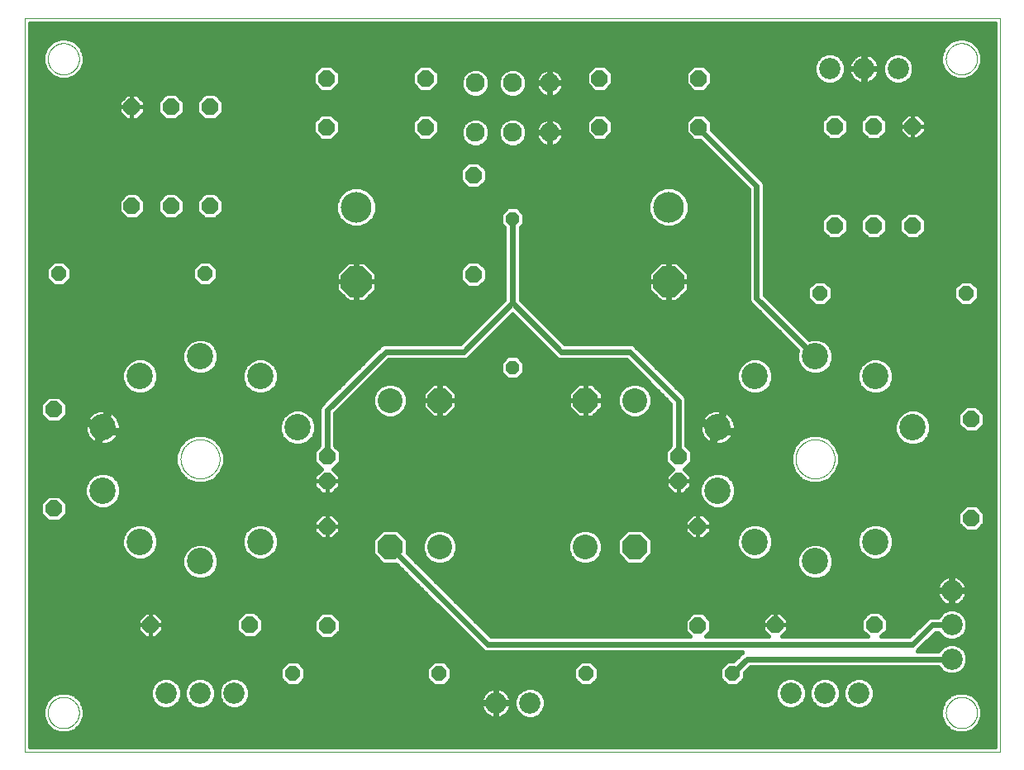
<source format=gbl>
G75*
%MOIN*%
%OFA0B0*%
%FSLAX25Y25*%
%IPPOS*%
%LPD*%
%AMOC8*
5,1,8,0,0,1.08239X$1,22.5*
%
%ADD10C,0.00000*%
%ADD11OC8,0.12400*%
%ADD12C,0.12400*%
%ADD13OC8,0.06000*%
%ADD14C,0.10000*%
%ADD15OC8,0.10000*%
%ADD16OC8,0.06600*%
%ADD17C,0.10630*%
%ADD18C,0.07600*%
%ADD19OC8,0.05600*%
%ADD20C,0.08600*%
%ADD21C,0.02400*%
%ADD22C,0.03169*%
%ADD23C,0.01600*%
D10*
X0005737Y0005737D02*
X0005737Y0301761D01*
X0399123Y0301761D01*
X0399123Y0005737D01*
X0005737Y0005737D01*
X0015186Y0021485D02*
X0015188Y0021643D01*
X0015194Y0021801D01*
X0015204Y0021959D01*
X0015218Y0022117D01*
X0015236Y0022274D01*
X0015257Y0022431D01*
X0015283Y0022587D01*
X0015313Y0022743D01*
X0015346Y0022898D01*
X0015384Y0023051D01*
X0015425Y0023204D01*
X0015470Y0023356D01*
X0015519Y0023507D01*
X0015572Y0023656D01*
X0015628Y0023804D01*
X0015688Y0023950D01*
X0015752Y0024095D01*
X0015820Y0024238D01*
X0015891Y0024380D01*
X0015965Y0024520D01*
X0016043Y0024657D01*
X0016125Y0024793D01*
X0016209Y0024927D01*
X0016298Y0025058D01*
X0016389Y0025187D01*
X0016484Y0025314D01*
X0016581Y0025439D01*
X0016682Y0025561D01*
X0016786Y0025680D01*
X0016893Y0025797D01*
X0017003Y0025911D01*
X0017116Y0026022D01*
X0017231Y0026131D01*
X0017349Y0026236D01*
X0017470Y0026338D01*
X0017593Y0026438D01*
X0017719Y0026534D01*
X0017847Y0026627D01*
X0017977Y0026717D01*
X0018110Y0026803D01*
X0018245Y0026887D01*
X0018381Y0026966D01*
X0018520Y0027043D01*
X0018661Y0027115D01*
X0018803Y0027185D01*
X0018947Y0027250D01*
X0019093Y0027312D01*
X0019240Y0027370D01*
X0019389Y0027425D01*
X0019539Y0027476D01*
X0019690Y0027523D01*
X0019842Y0027566D01*
X0019995Y0027605D01*
X0020150Y0027641D01*
X0020305Y0027672D01*
X0020461Y0027700D01*
X0020617Y0027724D01*
X0020774Y0027744D01*
X0020932Y0027760D01*
X0021089Y0027772D01*
X0021248Y0027780D01*
X0021406Y0027784D01*
X0021564Y0027784D01*
X0021722Y0027780D01*
X0021881Y0027772D01*
X0022038Y0027760D01*
X0022196Y0027744D01*
X0022353Y0027724D01*
X0022509Y0027700D01*
X0022665Y0027672D01*
X0022820Y0027641D01*
X0022975Y0027605D01*
X0023128Y0027566D01*
X0023280Y0027523D01*
X0023431Y0027476D01*
X0023581Y0027425D01*
X0023730Y0027370D01*
X0023877Y0027312D01*
X0024023Y0027250D01*
X0024167Y0027185D01*
X0024309Y0027115D01*
X0024450Y0027043D01*
X0024589Y0026966D01*
X0024725Y0026887D01*
X0024860Y0026803D01*
X0024993Y0026717D01*
X0025123Y0026627D01*
X0025251Y0026534D01*
X0025377Y0026438D01*
X0025500Y0026338D01*
X0025621Y0026236D01*
X0025739Y0026131D01*
X0025854Y0026022D01*
X0025967Y0025911D01*
X0026077Y0025797D01*
X0026184Y0025680D01*
X0026288Y0025561D01*
X0026389Y0025439D01*
X0026486Y0025314D01*
X0026581Y0025187D01*
X0026672Y0025058D01*
X0026761Y0024927D01*
X0026845Y0024793D01*
X0026927Y0024657D01*
X0027005Y0024520D01*
X0027079Y0024380D01*
X0027150Y0024238D01*
X0027218Y0024095D01*
X0027282Y0023950D01*
X0027342Y0023804D01*
X0027398Y0023656D01*
X0027451Y0023507D01*
X0027500Y0023356D01*
X0027545Y0023204D01*
X0027586Y0023051D01*
X0027624Y0022898D01*
X0027657Y0022743D01*
X0027687Y0022587D01*
X0027713Y0022431D01*
X0027734Y0022274D01*
X0027752Y0022117D01*
X0027766Y0021959D01*
X0027776Y0021801D01*
X0027782Y0021643D01*
X0027784Y0021485D01*
X0027782Y0021327D01*
X0027776Y0021169D01*
X0027766Y0021011D01*
X0027752Y0020853D01*
X0027734Y0020696D01*
X0027713Y0020539D01*
X0027687Y0020383D01*
X0027657Y0020227D01*
X0027624Y0020072D01*
X0027586Y0019919D01*
X0027545Y0019766D01*
X0027500Y0019614D01*
X0027451Y0019463D01*
X0027398Y0019314D01*
X0027342Y0019166D01*
X0027282Y0019020D01*
X0027218Y0018875D01*
X0027150Y0018732D01*
X0027079Y0018590D01*
X0027005Y0018450D01*
X0026927Y0018313D01*
X0026845Y0018177D01*
X0026761Y0018043D01*
X0026672Y0017912D01*
X0026581Y0017783D01*
X0026486Y0017656D01*
X0026389Y0017531D01*
X0026288Y0017409D01*
X0026184Y0017290D01*
X0026077Y0017173D01*
X0025967Y0017059D01*
X0025854Y0016948D01*
X0025739Y0016839D01*
X0025621Y0016734D01*
X0025500Y0016632D01*
X0025377Y0016532D01*
X0025251Y0016436D01*
X0025123Y0016343D01*
X0024993Y0016253D01*
X0024860Y0016167D01*
X0024725Y0016083D01*
X0024589Y0016004D01*
X0024450Y0015927D01*
X0024309Y0015855D01*
X0024167Y0015785D01*
X0024023Y0015720D01*
X0023877Y0015658D01*
X0023730Y0015600D01*
X0023581Y0015545D01*
X0023431Y0015494D01*
X0023280Y0015447D01*
X0023128Y0015404D01*
X0022975Y0015365D01*
X0022820Y0015329D01*
X0022665Y0015298D01*
X0022509Y0015270D01*
X0022353Y0015246D01*
X0022196Y0015226D01*
X0022038Y0015210D01*
X0021881Y0015198D01*
X0021722Y0015190D01*
X0021564Y0015186D01*
X0021406Y0015186D01*
X0021248Y0015190D01*
X0021089Y0015198D01*
X0020932Y0015210D01*
X0020774Y0015226D01*
X0020617Y0015246D01*
X0020461Y0015270D01*
X0020305Y0015298D01*
X0020150Y0015329D01*
X0019995Y0015365D01*
X0019842Y0015404D01*
X0019690Y0015447D01*
X0019539Y0015494D01*
X0019389Y0015545D01*
X0019240Y0015600D01*
X0019093Y0015658D01*
X0018947Y0015720D01*
X0018803Y0015785D01*
X0018661Y0015855D01*
X0018520Y0015927D01*
X0018381Y0016004D01*
X0018245Y0016083D01*
X0018110Y0016167D01*
X0017977Y0016253D01*
X0017847Y0016343D01*
X0017719Y0016436D01*
X0017593Y0016532D01*
X0017470Y0016632D01*
X0017349Y0016734D01*
X0017231Y0016839D01*
X0017116Y0016948D01*
X0017003Y0017059D01*
X0016893Y0017173D01*
X0016786Y0017290D01*
X0016682Y0017409D01*
X0016581Y0017531D01*
X0016484Y0017656D01*
X0016389Y0017783D01*
X0016298Y0017912D01*
X0016209Y0018043D01*
X0016125Y0018177D01*
X0016043Y0018313D01*
X0015965Y0018450D01*
X0015891Y0018590D01*
X0015820Y0018732D01*
X0015752Y0018875D01*
X0015688Y0019020D01*
X0015628Y0019166D01*
X0015572Y0019314D01*
X0015519Y0019463D01*
X0015470Y0019614D01*
X0015425Y0019766D01*
X0015384Y0019919D01*
X0015346Y0020072D01*
X0015313Y0020227D01*
X0015283Y0020383D01*
X0015257Y0020539D01*
X0015236Y0020696D01*
X0015218Y0020853D01*
X0015204Y0021011D01*
X0015194Y0021169D01*
X0015188Y0021327D01*
X0015186Y0021485D01*
X0068729Y0123847D02*
X0068731Y0124040D01*
X0068738Y0124233D01*
X0068750Y0124426D01*
X0068767Y0124619D01*
X0068788Y0124811D01*
X0068814Y0125002D01*
X0068845Y0125193D01*
X0068880Y0125383D01*
X0068920Y0125572D01*
X0068965Y0125760D01*
X0069014Y0125947D01*
X0069068Y0126133D01*
X0069126Y0126317D01*
X0069189Y0126500D01*
X0069257Y0126681D01*
X0069328Y0126860D01*
X0069405Y0127038D01*
X0069485Y0127214D01*
X0069570Y0127387D01*
X0069659Y0127559D01*
X0069752Y0127728D01*
X0069849Y0127895D01*
X0069951Y0128060D01*
X0070056Y0128222D01*
X0070165Y0128381D01*
X0070279Y0128538D01*
X0070396Y0128691D01*
X0070516Y0128842D01*
X0070641Y0128990D01*
X0070769Y0129135D01*
X0070900Y0129276D01*
X0071035Y0129415D01*
X0071174Y0129550D01*
X0071315Y0129681D01*
X0071460Y0129809D01*
X0071608Y0129934D01*
X0071759Y0130054D01*
X0071912Y0130171D01*
X0072069Y0130285D01*
X0072228Y0130394D01*
X0072390Y0130499D01*
X0072555Y0130601D01*
X0072722Y0130698D01*
X0072891Y0130791D01*
X0073063Y0130880D01*
X0073236Y0130965D01*
X0073412Y0131045D01*
X0073590Y0131122D01*
X0073769Y0131193D01*
X0073950Y0131261D01*
X0074133Y0131324D01*
X0074317Y0131382D01*
X0074503Y0131436D01*
X0074690Y0131485D01*
X0074878Y0131530D01*
X0075067Y0131570D01*
X0075257Y0131605D01*
X0075448Y0131636D01*
X0075639Y0131662D01*
X0075831Y0131683D01*
X0076024Y0131700D01*
X0076217Y0131712D01*
X0076410Y0131719D01*
X0076603Y0131721D01*
X0076796Y0131719D01*
X0076989Y0131712D01*
X0077182Y0131700D01*
X0077375Y0131683D01*
X0077567Y0131662D01*
X0077758Y0131636D01*
X0077949Y0131605D01*
X0078139Y0131570D01*
X0078328Y0131530D01*
X0078516Y0131485D01*
X0078703Y0131436D01*
X0078889Y0131382D01*
X0079073Y0131324D01*
X0079256Y0131261D01*
X0079437Y0131193D01*
X0079616Y0131122D01*
X0079794Y0131045D01*
X0079970Y0130965D01*
X0080143Y0130880D01*
X0080315Y0130791D01*
X0080484Y0130698D01*
X0080651Y0130601D01*
X0080816Y0130499D01*
X0080978Y0130394D01*
X0081137Y0130285D01*
X0081294Y0130171D01*
X0081447Y0130054D01*
X0081598Y0129934D01*
X0081746Y0129809D01*
X0081891Y0129681D01*
X0082032Y0129550D01*
X0082171Y0129415D01*
X0082306Y0129276D01*
X0082437Y0129135D01*
X0082565Y0128990D01*
X0082690Y0128842D01*
X0082810Y0128691D01*
X0082927Y0128538D01*
X0083041Y0128381D01*
X0083150Y0128222D01*
X0083255Y0128060D01*
X0083357Y0127895D01*
X0083454Y0127728D01*
X0083547Y0127559D01*
X0083636Y0127387D01*
X0083721Y0127214D01*
X0083801Y0127038D01*
X0083878Y0126860D01*
X0083949Y0126681D01*
X0084017Y0126500D01*
X0084080Y0126317D01*
X0084138Y0126133D01*
X0084192Y0125947D01*
X0084241Y0125760D01*
X0084286Y0125572D01*
X0084326Y0125383D01*
X0084361Y0125193D01*
X0084392Y0125002D01*
X0084418Y0124811D01*
X0084439Y0124619D01*
X0084456Y0124426D01*
X0084468Y0124233D01*
X0084475Y0124040D01*
X0084477Y0123847D01*
X0084475Y0123654D01*
X0084468Y0123461D01*
X0084456Y0123268D01*
X0084439Y0123075D01*
X0084418Y0122883D01*
X0084392Y0122692D01*
X0084361Y0122501D01*
X0084326Y0122311D01*
X0084286Y0122122D01*
X0084241Y0121934D01*
X0084192Y0121747D01*
X0084138Y0121561D01*
X0084080Y0121377D01*
X0084017Y0121194D01*
X0083949Y0121013D01*
X0083878Y0120834D01*
X0083801Y0120656D01*
X0083721Y0120480D01*
X0083636Y0120307D01*
X0083547Y0120135D01*
X0083454Y0119966D01*
X0083357Y0119799D01*
X0083255Y0119634D01*
X0083150Y0119472D01*
X0083041Y0119313D01*
X0082927Y0119156D01*
X0082810Y0119003D01*
X0082690Y0118852D01*
X0082565Y0118704D01*
X0082437Y0118559D01*
X0082306Y0118418D01*
X0082171Y0118279D01*
X0082032Y0118144D01*
X0081891Y0118013D01*
X0081746Y0117885D01*
X0081598Y0117760D01*
X0081447Y0117640D01*
X0081294Y0117523D01*
X0081137Y0117409D01*
X0080978Y0117300D01*
X0080816Y0117195D01*
X0080651Y0117093D01*
X0080484Y0116996D01*
X0080315Y0116903D01*
X0080143Y0116814D01*
X0079970Y0116729D01*
X0079794Y0116649D01*
X0079616Y0116572D01*
X0079437Y0116501D01*
X0079256Y0116433D01*
X0079073Y0116370D01*
X0078889Y0116312D01*
X0078703Y0116258D01*
X0078516Y0116209D01*
X0078328Y0116164D01*
X0078139Y0116124D01*
X0077949Y0116089D01*
X0077758Y0116058D01*
X0077567Y0116032D01*
X0077375Y0116011D01*
X0077182Y0115994D01*
X0076989Y0115982D01*
X0076796Y0115975D01*
X0076603Y0115973D01*
X0076410Y0115975D01*
X0076217Y0115982D01*
X0076024Y0115994D01*
X0075831Y0116011D01*
X0075639Y0116032D01*
X0075448Y0116058D01*
X0075257Y0116089D01*
X0075067Y0116124D01*
X0074878Y0116164D01*
X0074690Y0116209D01*
X0074503Y0116258D01*
X0074317Y0116312D01*
X0074133Y0116370D01*
X0073950Y0116433D01*
X0073769Y0116501D01*
X0073590Y0116572D01*
X0073412Y0116649D01*
X0073236Y0116729D01*
X0073063Y0116814D01*
X0072891Y0116903D01*
X0072722Y0116996D01*
X0072555Y0117093D01*
X0072390Y0117195D01*
X0072228Y0117300D01*
X0072069Y0117409D01*
X0071912Y0117523D01*
X0071759Y0117640D01*
X0071608Y0117760D01*
X0071460Y0117885D01*
X0071315Y0118013D01*
X0071174Y0118144D01*
X0071035Y0118279D01*
X0070900Y0118418D01*
X0070769Y0118559D01*
X0070641Y0118704D01*
X0070516Y0118852D01*
X0070396Y0119003D01*
X0070279Y0119156D01*
X0070165Y0119313D01*
X0070056Y0119472D01*
X0069951Y0119634D01*
X0069849Y0119799D01*
X0069752Y0119966D01*
X0069659Y0120135D01*
X0069570Y0120307D01*
X0069485Y0120480D01*
X0069405Y0120656D01*
X0069328Y0120834D01*
X0069257Y0121013D01*
X0069189Y0121194D01*
X0069126Y0121377D01*
X0069068Y0121561D01*
X0069014Y0121747D01*
X0068965Y0121934D01*
X0068920Y0122122D01*
X0068880Y0122311D01*
X0068845Y0122501D01*
X0068814Y0122692D01*
X0068788Y0122883D01*
X0068767Y0123075D01*
X0068750Y0123268D01*
X0068738Y0123461D01*
X0068731Y0123654D01*
X0068729Y0123847D01*
X0015186Y0285265D02*
X0015188Y0285423D01*
X0015194Y0285581D01*
X0015204Y0285739D01*
X0015218Y0285897D01*
X0015236Y0286054D01*
X0015257Y0286211D01*
X0015283Y0286367D01*
X0015313Y0286523D01*
X0015346Y0286678D01*
X0015384Y0286831D01*
X0015425Y0286984D01*
X0015470Y0287136D01*
X0015519Y0287287D01*
X0015572Y0287436D01*
X0015628Y0287584D01*
X0015688Y0287730D01*
X0015752Y0287875D01*
X0015820Y0288018D01*
X0015891Y0288160D01*
X0015965Y0288300D01*
X0016043Y0288437D01*
X0016125Y0288573D01*
X0016209Y0288707D01*
X0016298Y0288838D01*
X0016389Y0288967D01*
X0016484Y0289094D01*
X0016581Y0289219D01*
X0016682Y0289341D01*
X0016786Y0289460D01*
X0016893Y0289577D01*
X0017003Y0289691D01*
X0017116Y0289802D01*
X0017231Y0289911D01*
X0017349Y0290016D01*
X0017470Y0290118D01*
X0017593Y0290218D01*
X0017719Y0290314D01*
X0017847Y0290407D01*
X0017977Y0290497D01*
X0018110Y0290583D01*
X0018245Y0290667D01*
X0018381Y0290746D01*
X0018520Y0290823D01*
X0018661Y0290895D01*
X0018803Y0290965D01*
X0018947Y0291030D01*
X0019093Y0291092D01*
X0019240Y0291150D01*
X0019389Y0291205D01*
X0019539Y0291256D01*
X0019690Y0291303D01*
X0019842Y0291346D01*
X0019995Y0291385D01*
X0020150Y0291421D01*
X0020305Y0291452D01*
X0020461Y0291480D01*
X0020617Y0291504D01*
X0020774Y0291524D01*
X0020932Y0291540D01*
X0021089Y0291552D01*
X0021248Y0291560D01*
X0021406Y0291564D01*
X0021564Y0291564D01*
X0021722Y0291560D01*
X0021881Y0291552D01*
X0022038Y0291540D01*
X0022196Y0291524D01*
X0022353Y0291504D01*
X0022509Y0291480D01*
X0022665Y0291452D01*
X0022820Y0291421D01*
X0022975Y0291385D01*
X0023128Y0291346D01*
X0023280Y0291303D01*
X0023431Y0291256D01*
X0023581Y0291205D01*
X0023730Y0291150D01*
X0023877Y0291092D01*
X0024023Y0291030D01*
X0024167Y0290965D01*
X0024309Y0290895D01*
X0024450Y0290823D01*
X0024589Y0290746D01*
X0024725Y0290667D01*
X0024860Y0290583D01*
X0024993Y0290497D01*
X0025123Y0290407D01*
X0025251Y0290314D01*
X0025377Y0290218D01*
X0025500Y0290118D01*
X0025621Y0290016D01*
X0025739Y0289911D01*
X0025854Y0289802D01*
X0025967Y0289691D01*
X0026077Y0289577D01*
X0026184Y0289460D01*
X0026288Y0289341D01*
X0026389Y0289219D01*
X0026486Y0289094D01*
X0026581Y0288967D01*
X0026672Y0288838D01*
X0026761Y0288707D01*
X0026845Y0288573D01*
X0026927Y0288437D01*
X0027005Y0288300D01*
X0027079Y0288160D01*
X0027150Y0288018D01*
X0027218Y0287875D01*
X0027282Y0287730D01*
X0027342Y0287584D01*
X0027398Y0287436D01*
X0027451Y0287287D01*
X0027500Y0287136D01*
X0027545Y0286984D01*
X0027586Y0286831D01*
X0027624Y0286678D01*
X0027657Y0286523D01*
X0027687Y0286367D01*
X0027713Y0286211D01*
X0027734Y0286054D01*
X0027752Y0285897D01*
X0027766Y0285739D01*
X0027776Y0285581D01*
X0027782Y0285423D01*
X0027784Y0285265D01*
X0027782Y0285107D01*
X0027776Y0284949D01*
X0027766Y0284791D01*
X0027752Y0284633D01*
X0027734Y0284476D01*
X0027713Y0284319D01*
X0027687Y0284163D01*
X0027657Y0284007D01*
X0027624Y0283852D01*
X0027586Y0283699D01*
X0027545Y0283546D01*
X0027500Y0283394D01*
X0027451Y0283243D01*
X0027398Y0283094D01*
X0027342Y0282946D01*
X0027282Y0282800D01*
X0027218Y0282655D01*
X0027150Y0282512D01*
X0027079Y0282370D01*
X0027005Y0282230D01*
X0026927Y0282093D01*
X0026845Y0281957D01*
X0026761Y0281823D01*
X0026672Y0281692D01*
X0026581Y0281563D01*
X0026486Y0281436D01*
X0026389Y0281311D01*
X0026288Y0281189D01*
X0026184Y0281070D01*
X0026077Y0280953D01*
X0025967Y0280839D01*
X0025854Y0280728D01*
X0025739Y0280619D01*
X0025621Y0280514D01*
X0025500Y0280412D01*
X0025377Y0280312D01*
X0025251Y0280216D01*
X0025123Y0280123D01*
X0024993Y0280033D01*
X0024860Y0279947D01*
X0024725Y0279863D01*
X0024589Y0279784D01*
X0024450Y0279707D01*
X0024309Y0279635D01*
X0024167Y0279565D01*
X0024023Y0279500D01*
X0023877Y0279438D01*
X0023730Y0279380D01*
X0023581Y0279325D01*
X0023431Y0279274D01*
X0023280Y0279227D01*
X0023128Y0279184D01*
X0022975Y0279145D01*
X0022820Y0279109D01*
X0022665Y0279078D01*
X0022509Y0279050D01*
X0022353Y0279026D01*
X0022196Y0279006D01*
X0022038Y0278990D01*
X0021881Y0278978D01*
X0021722Y0278970D01*
X0021564Y0278966D01*
X0021406Y0278966D01*
X0021248Y0278970D01*
X0021089Y0278978D01*
X0020932Y0278990D01*
X0020774Y0279006D01*
X0020617Y0279026D01*
X0020461Y0279050D01*
X0020305Y0279078D01*
X0020150Y0279109D01*
X0019995Y0279145D01*
X0019842Y0279184D01*
X0019690Y0279227D01*
X0019539Y0279274D01*
X0019389Y0279325D01*
X0019240Y0279380D01*
X0019093Y0279438D01*
X0018947Y0279500D01*
X0018803Y0279565D01*
X0018661Y0279635D01*
X0018520Y0279707D01*
X0018381Y0279784D01*
X0018245Y0279863D01*
X0018110Y0279947D01*
X0017977Y0280033D01*
X0017847Y0280123D01*
X0017719Y0280216D01*
X0017593Y0280312D01*
X0017470Y0280412D01*
X0017349Y0280514D01*
X0017231Y0280619D01*
X0017116Y0280728D01*
X0017003Y0280839D01*
X0016893Y0280953D01*
X0016786Y0281070D01*
X0016682Y0281189D01*
X0016581Y0281311D01*
X0016484Y0281436D01*
X0016389Y0281563D01*
X0016298Y0281692D01*
X0016209Y0281823D01*
X0016125Y0281957D01*
X0016043Y0282093D01*
X0015965Y0282230D01*
X0015891Y0282370D01*
X0015820Y0282512D01*
X0015752Y0282655D01*
X0015688Y0282800D01*
X0015628Y0282946D01*
X0015572Y0283094D01*
X0015519Y0283243D01*
X0015470Y0283394D01*
X0015425Y0283546D01*
X0015384Y0283699D01*
X0015346Y0283852D01*
X0015313Y0284007D01*
X0015283Y0284163D01*
X0015257Y0284319D01*
X0015236Y0284476D01*
X0015218Y0284633D01*
X0015204Y0284791D01*
X0015194Y0284949D01*
X0015188Y0285107D01*
X0015186Y0285265D01*
X0316761Y0123847D02*
X0316763Y0124040D01*
X0316770Y0124233D01*
X0316782Y0124426D01*
X0316799Y0124619D01*
X0316820Y0124811D01*
X0316846Y0125002D01*
X0316877Y0125193D01*
X0316912Y0125383D01*
X0316952Y0125572D01*
X0316997Y0125760D01*
X0317046Y0125947D01*
X0317100Y0126133D01*
X0317158Y0126317D01*
X0317221Y0126500D01*
X0317289Y0126681D01*
X0317360Y0126860D01*
X0317437Y0127038D01*
X0317517Y0127214D01*
X0317602Y0127387D01*
X0317691Y0127559D01*
X0317784Y0127728D01*
X0317881Y0127895D01*
X0317983Y0128060D01*
X0318088Y0128222D01*
X0318197Y0128381D01*
X0318311Y0128538D01*
X0318428Y0128691D01*
X0318548Y0128842D01*
X0318673Y0128990D01*
X0318801Y0129135D01*
X0318932Y0129276D01*
X0319067Y0129415D01*
X0319206Y0129550D01*
X0319347Y0129681D01*
X0319492Y0129809D01*
X0319640Y0129934D01*
X0319791Y0130054D01*
X0319944Y0130171D01*
X0320101Y0130285D01*
X0320260Y0130394D01*
X0320422Y0130499D01*
X0320587Y0130601D01*
X0320754Y0130698D01*
X0320923Y0130791D01*
X0321095Y0130880D01*
X0321268Y0130965D01*
X0321444Y0131045D01*
X0321622Y0131122D01*
X0321801Y0131193D01*
X0321982Y0131261D01*
X0322165Y0131324D01*
X0322349Y0131382D01*
X0322535Y0131436D01*
X0322722Y0131485D01*
X0322910Y0131530D01*
X0323099Y0131570D01*
X0323289Y0131605D01*
X0323480Y0131636D01*
X0323671Y0131662D01*
X0323863Y0131683D01*
X0324056Y0131700D01*
X0324249Y0131712D01*
X0324442Y0131719D01*
X0324635Y0131721D01*
X0324828Y0131719D01*
X0325021Y0131712D01*
X0325214Y0131700D01*
X0325407Y0131683D01*
X0325599Y0131662D01*
X0325790Y0131636D01*
X0325981Y0131605D01*
X0326171Y0131570D01*
X0326360Y0131530D01*
X0326548Y0131485D01*
X0326735Y0131436D01*
X0326921Y0131382D01*
X0327105Y0131324D01*
X0327288Y0131261D01*
X0327469Y0131193D01*
X0327648Y0131122D01*
X0327826Y0131045D01*
X0328002Y0130965D01*
X0328175Y0130880D01*
X0328347Y0130791D01*
X0328516Y0130698D01*
X0328683Y0130601D01*
X0328848Y0130499D01*
X0329010Y0130394D01*
X0329169Y0130285D01*
X0329326Y0130171D01*
X0329479Y0130054D01*
X0329630Y0129934D01*
X0329778Y0129809D01*
X0329923Y0129681D01*
X0330064Y0129550D01*
X0330203Y0129415D01*
X0330338Y0129276D01*
X0330469Y0129135D01*
X0330597Y0128990D01*
X0330722Y0128842D01*
X0330842Y0128691D01*
X0330959Y0128538D01*
X0331073Y0128381D01*
X0331182Y0128222D01*
X0331287Y0128060D01*
X0331389Y0127895D01*
X0331486Y0127728D01*
X0331579Y0127559D01*
X0331668Y0127387D01*
X0331753Y0127214D01*
X0331833Y0127038D01*
X0331910Y0126860D01*
X0331981Y0126681D01*
X0332049Y0126500D01*
X0332112Y0126317D01*
X0332170Y0126133D01*
X0332224Y0125947D01*
X0332273Y0125760D01*
X0332318Y0125572D01*
X0332358Y0125383D01*
X0332393Y0125193D01*
X0332424Y0125002D01*
X0332450Y0124811D01*
X0332471Y0124619D01*
X0332488Y0124426D01*
X0332500Y0124233D01*
X0332507Y0124040D01*
X0332509Y0123847D01*
X0332507Y0123654D01*
X0332500Y0123461D01*
X0332488Y0123268D01*
X0332471Y0123075D01*
X0332450Y0122883D01*
X0332424Y0122692D01*
X0332393Y0122501D01*
X0332358Y0122311D01*
X0332318Y0122122D01*
X0332273Y0121934D01*
X0332224Y0121747D01*
X0332170Y0121561D01*
X0332112Y0121377D01*
X0332049Y0121194D01*
X0331981Y0121013D01*
X0331910Y0120834D01*
X0331833Y0120656D01*
X0331753Y0120480D01*
X0331668Y0120307D01*
X0331579Y0120135D01*
X0331486Y0119966D01*
X0331389Y0119799D01*
X0331287Y0119634D01*
X0331182Y0119472D01*
X0331073Y0119313D01*
X0330959Y0119156D01*
X0330842Y0119003D01*
X0330722Y0118852D01*
X0330597Y0118704D01*
X0330469Y0118559D01*
X0330338Y0118418D01*
X0330203Y0118279D01*
X0330064Y0118144D01*
X0329923Y0118013D01*
X0329778Y0117885D01*
X0329630Y0117760D01*
X0329479Y0117640D01*
X0329326Y0117523D01*
X0329169Y0117409D01*
X0329010Y0117300D01*
X0328848Y0117195D01*
X0328683Y0117093D01*
X0328516Y0116996D01*
X0328347Y0116903D01*
X0328175Y0116814D01*
X0328002Y0116729D01*
X0327826Y0116649D01*
X0327648Y0116572D01*
X0327469Y0116501D01*
X0327288Y0116433D01*
X0327105Y0116370D01*
X0326921Y0116312D01*
X0326735Y0116258D01*
X0326548Y0116209D01*
X0326360Y0116164D01*
X0326171Y0116124D01*
X0325981Y0116089D01*
X0325790Y0116058D01*
X0325599Y0116032D01*
X0325407Y0116011D01*
X0325214Y0115994D01*
X0325021Y0115982D01*
X0324828Y0115975D01*
X0324635Y0115973D01*
X0324442Y0115975D01*
X0324249Y0115982D01*
X0324056Y0115994D01*
X0323863Y0116011D01*
X0323671Y0116032D01*
X0323480Y0116058D01*
X0323289Y0116089D01*
X0323099Y0116124D01*
X0322910Y0116164D01*
X0322722Y0116209D01*
X0322535Y0116258D01*
X0322349Y0116312D01*
X0322165Y0116370D01*
X0321982Y0116433D01*
X0321801Y0116501D01*
X0321622Y0116572D01*
X0321444Y0116649D01*
X0321268Y0116729D01*
X0321095Y0116814D01*
X0320923Y0116903D01*
X0320754Y0116996D01*
X0320587Y0117093D01*
X0320422Y0117195D01*
X0320260Y0117300D01*
X0320101Y0117409D01*
X0319944Y0117523D01*
X0319791Y0117640D01*
X0319640Y0117760D01*
X0319492Y0117885D01*
X0319347Y0118013D01*
X0319206Y0118144D01*
X0319067Y0118279D01*
X0318932Y0118418D01*
X0318801Y0118559D01*
X0318673Y0118704D01*
X0318548Y0118852D01*
X0318428Y0119003D01*
X0318311Y0119156D01*
X0318197Y0119313D01*
X0318088Y0119472D01*
X0317983Y0119634D01*
X0317881Y0119799D01*
X0317784Y0119966D01*
X0317691Y0120135D01*
X0317602Y0120307D01*
X0317517Y0120480D01*
X0317437Y0120656D01*
X0317360Y0120834D01*
X0317289Y0121013D01*
X0317221Y0121194D01*
X0317158Y0121377D01*
X0317100Y0121561D01*
X0317046Y0121747D01*
X0316997Y0121934D01*
X0316952Y0122122D01*
X0316912Y0122311D01*
X0316877Y0122501D01*
X0316846Y0122692D01*
X0316820Y0122883D01*
X0316799Y0123075D01*
X0316782Y0123268D01*
X0316770Y0123461D01*
X0316763Y0123654D01*
X0316761Y0123847D01*
X0377391Y0021485D02*
X0377393Y0021643D01*
X0377399Y0021801D01*
X0377409Y0021959D01*
X0377423Y0022117D01*
X0377441Y0022274D01*
X0377462Y0022431D01*
X0377488Y0022587D01*
X0377518Y0022743D01*
X0377551Y0022898D01*
X0377589Y0023051D01*
X0377630Y0023204D01*
X0377675Y0023356D01*
X0377724Y0023507D01*
X0377777Y0023656D01*
X0377833Y0023804D01*
X0377893Y0023950D01*
X0377957Y0024095D01*
X0378025Y0024238D01*
X0378096Y0024380D01*
X0378170Y0024520D01*
X0378248Y0024657D01*
X0378330Y0024793D01*
X0378414Y0024927D01*
X0378503Y0025058D01*
X0378594Y0025187D01*
X0378689Y0025314D01*
X0378786Y0025439D01*
X0378887Y0025561D01*
X0378991Y0025680D01*
X0379098Y0025797D01*
X0379208Y0025911D01*
X0379321Y0026022D01*
X0379436Y0026131D01*
X0379554Y0026236D01*
X0379675Y0026338D01*
X0379798Y0026438D01*
X0379924Y0026534D01*
X0380052Y0026627D01*
X0380182Y0026717D01*
X0380315Y0026803D01*
X0380450Y0026887D01*
X0380586Y0026966D01*
X0380725Y0027043D01*
X0380866Y0027115D01*
X0381008Y0027185D01*
X0381152Y0027250D01*
X0381298Y0027312D01*
X0381445Y0027370D01*
X0381594Y0027425D01*
X0381744Y0027476D01*
X0381895Y0027523D01*
X0382047Y0027566D01*
X0382200Y0027605D01*
X0382355Y0027641D01*
X0382510Y0027672D01*
X0382666Y0027700D01*
X0382822Y0027724D01*
X0382979Y0027744D01*
X0383137Y0027760D01*
X0383294Y0027772D01*
X0383453Y0027780D01*
X0383611Y0027784D01*
X0383769Y0027784D01*
X0383927Y0027780D01*
X0384086Y0027772D01*
X0384243Y0027760D01*
X0384401Y0027744D01*
X0384558Y0027724D01*
X0384714Y0027700D01*
X0384870Y0027672D01*
X0385025Y0027641D01*
X0385180Y0027605D01*
X0385333Y0027566D01*
X0385485Y0027523D01*
X0385636Y0027476D01*
X0385786Y0027425D01*
X0385935Y0027370D01*
X0386082Y0027312D01*
X0386228Y0027250D01*
X0386372Y0027185D01*
X0386514Y0027115D01*
X0386655Y0027043D01*
X0386794Y0026966D01*
X0386930Y0026887D01*
X0387065Y0026803D01*
X0387198Y0026717D01*
X0387328Y0026627D01*
X0387456Y0026534D01*
X0387582Y0026438D01*
X0387705Y0026338D01*
X0387826Y0026236D01*
X0387944Y0026131D01*
X0388059Y0026022D01*
X0388172Y0025911D01*
X0388282Y0025797D01*
X0388389Y0025680D01*
X0388493Y0025561D01*
X0388594Y0025439D01*
X0388691Y0025314D01*
X0388786Y0025187D01*
X0388877Y0025058D01*
X0388966Y0024927D01*
X0389050Y0024793D01*
X0389132Y0024657D01*
X0389210Y0024520D01*
X0389284Y0024380D01*
X0389355Y0024238D01*
X0389423Y0024095D01*
X0389487Y0023950D01*
X0389547Y0023804D01*
X0389603Y0023656D01*
X0389656Y0023507D01*
X0389705Y0023356D01*
X0389750Y0023204D01*
X0389791Y0023051D01*
X0389829Y0022898D01*
X0389862Y0022743D01*
X0389892Y0022587D01*
X0389918Y0022431D01*
X0389939Y0022274D01*
X0389957Y0022117D01*
X0389971Y0021959D01*
X0389981Y0021801D01*
X0389987Y0021643D01*
X0389989Y0021485D01*
X0389987Y0021327D01*
X0389981Y0021169D01*
X0389971Y0021011D01*
X0389957Y0020853D01*
X0389939Y0020696D01*
X0389918Y0020539D01*
X0389892Y0020383D01*
X0389862Y0020227D01*
X0389829Y0020072D01*
X0389791Y0019919D01*
X0389750Y0019766D01*
X0389705Y0019614D01*
X0389656Y0019463D01*
X0389603Y0019314D01*
X0389547Y0019166D01*
X0389487Y0019020D01*
X0389423Y0018875D01*
X0389355Y0018732D01*
X0389284Y0018590D01*
X0389210Y0018450D01*
X0389132Y0018313D01*
X0389050Y0018177D01*
X0388966Y0018043D01*
X0388877Y0017912D01*
X0388786Y0017783D01*
X0388691Y0017656D01*
X0388594Y0017531D01*
X0388493Y0017409D01*
X0388389Y0017290D01*
X0388282Y0017173D01*
X0388172Y0017059D01*
X0388059Y0016948D01*
X0387944Y0016839D01*
X0387826Y0016734D01*
X0387705Y0016632D01*
X0387582Y0016532D01*
X0387456Y0016436D01*
X0387328Y0016343D01*
X0387198Y0016253D01*
X0387065Y0016167D01*
X0386930Y0016083D01*
X0386794Y0016004D01*
X0386655Y0015927D01*
X0386514Y0015855D01*
X0386372Y0015785D01*
X0386228Y0015720D01*
X0386082Y0015658D01*
X0385935Y0015600D01*
X0385786Y0015545D01*
X0385636Y0015494D01*
X0385485Y0015447D01*
X0385333Y0015404D01*
X0385180Y0015365D01*
X0385025Y0015329D01*
X0384870Y0015298D01*
X0384714Y0015270D01*
X0384558Y0015246D01*
X0384401Y0015226D01*
X0384243Y0015210D01*
X0384086Y0015198D01*
X0383927Y0015190D01*
X0383769Y0015186D01*
X0383611Y0015186D01*
X0383453Y0015190D01*
X0383294Y0015198D01*
X0383137Y0015210D01*
X0382979Y0015226D01*
X0382822Y0015246D01*
X0382666Y0015270D01*
X0382510Y0015298D01*
X0382355Y0015329D01*
X0382200Y0015365D01*
X0382047Y0015404D01*
X0381895Y0015447D01*
X0381744Y0015494D01*
X0381594Y0015545D01*
X0381445Y0015600D01*
X0381298Y0015658D01*
X0381152Y0015720D01*
X0381008Y0015785D01*
X0380866Y0015855D01*
X0380725Y0015927D01*
X0380586Y0016004D01*
X0380450Y0016083D01*
X0380315Y0016167D01*
X0380182Y0016253D01*
X0380052Y0016343D01*
X0379924Y0016436D01*
X0379798Y0016532D01*
X0379675Y0016632D01*
X0379554Y0016734D01*
X0379436Y0016839D01*
X0379321Y0016948D01*
X0379208Y0017059D01*
X0379098Y0017173D01*
X0378991Y0017290D01*
X0378887Y0017409D01*
X0378786Y0017531D01*
X0378689Y0017656D01*
X0378594Y0017783D01*
X0378503Y0017912D01*
X0378414Y0018043D01*
X0378330Y0018177D01*
X0378248Y0018313D01*
X0378170Y0018450D01*
X0378096Y0018590D01*
X0378025Y0018732D01*
X0377957Y0018875D01*
X0377893Y0019020D01*
X0377833Y0019166D01*
X0377777Y0019314D01*
X0377724Y0019463D01*
X0377675Y0019614D01*
X0377630Y0019766D01*
X0377589Y0019919D01*
X0377551Y0020072D01*
X0377518Y0020227D01*
X0377488Y0020383D01*
X0377462Y0020539D01*
X0377441Y0020696D01*
X0377423Y0020853D01*
X0377409Y0021011D01*
X0377399Y0021169D01*
X0377393Y0021327D01*
X0377391Y0021485D01*
X0377391Y0285265D02*
X0377393Y0285423D01*
X0377399Y0285581D01*
X0377409Y0285739D01*
X0377423Y0285897D01*
X0377441Y0286054D01*
X0377462Y0286211D01*
X0377488Y0286367D01*
X0377518Y0286523D01*
X0377551Y0286678D01*
X0377589Y0286831D01*
X0377630Y0286984D01*
X0377675Y0287136D01*
X0377724Y0287287D01*
X0377777Y0287436D01*
X0377833Y0287584D01*
X0377893Y0287730D01*
X0377957Y0287875D01*
X0378025Y0288018D01*
X0378096Y0288160D01*
X0378170Y0288300D01*
X0378248Y0288437D01*
X0378330Y0288573D01*
X0378414Y0288707D01*
X0378503Y0288838D01*
X0378594Y0288967D01*
X0378689Y0289094D01*
X0378786Y0289219D01*
X0378887Y0289341D01*
X0378991Y0289460D01*
X0379098Y0289577D01*
X0379208Y0289691D01*
X0379321Y0289802D01*
X0379436Y0289911D01*
X0379554Y0290016D01*
X0379675Y0290118D01*
X0379798Y0290218D01*
X0379924Y0290314D01*
X0380052Y0290407D01*
X0380182Y0290497D01*
X0380315Y0290583D01*
X0380450Y0290667D01*
X0380586Y0290746D01*
X0380725Y0290823D01*
X0380866Y0290895D01*
X0381008Y0290965D01*
X0381152Y0291030D01*
X0381298Y0291092D01*
X0381445Y0291150D01*
X0381594Y0291205D01*
X0381744Y0291256D01*
X0381895Y0291303D01*
X0382047Y0291346D01*
X0382200Y0291385D01*
X0382355Y0291421D01*
X0382510Y0291452D01*
X0382666Y0291480D01*
X0382822Y0291504D01*
X0382979Y0291524D01*
X0383137Y0291540D01*
X0383294Y0291552D01*
X0383453Y0291560D01*
X0383611Y0291564D01*
X0383769Y0291564D01*
X0383927Y0291560D01*
X0384086Y0291552D01*
X0384243Y0291540D01*
X0384401Y0291524D01*
X0384558Y0291504D01*
X0384714Y0291480D01*
X0384870Y0291452D01*
X0385025Y0291421D01*
X0385180Y0291385D01*
X0385333Y0291346D01*
X0385485Y0291303D01*
X0385636Y0291256D01*
X0385786Y0291205D01*
X0385935Y0291150D01*
X0386082Y0291092D01*
X0386228Y0291030D01*
X0386372Y0290965D01*
X0386514Y0290895D01*
X0386655Y0290823D01*
X0386794Y0290746D01*
X0386930Y0290667D01*
X0387065Y0290583D01*
X0387198Y0290497D01*
X0387328Y0290407D01*
X0387456Y0290314D01*
X0387582Y0290218D01*
X0387705Y0290118D01*
X0387826Y0290016D01*
X0387944Y0289911D01*
X0388059Y0289802D01*
X0388172Y0289691D01*
X0388282Y0289577D01*
X0388389Y0289460D01*
X0388493Y0289341D01*
X0388594Y0289219D01*
X0388691Y0289094D01*
X0388786Y0288967D01*
X0388877Y0288838D01*
X0388966Y0288707D01*
X0389050Y0288573D01*
X0389132Y0288437D01*
X0389210Y0288300D01*
X0389284Y0288160D01*
X0389355Y0288018D01*
X0389423Y0287875D01*
X0389487Y0287730D01*
X0389547Y0287584D01*
X0389603Y0287436D01*
X0389656Y0287287D01*
X0389705Y0287136D01*
X0389750Y0286984D01*
X0389791Y0286831D01*
X0389829Y0286678D01*
X0389862Y0286523D01*
X0389892Y0286367D01*
X0389918Y0286211D01*
X0389939Y0286054D01*
X0389957Y0285897D01*
X0389971Y0285739D01*
X0389981Y0285581D01*
X0389987Y0285423D01*
X0389989Y0285265D01*
X0389987Y0285107D01*
X0389981Y0284949D01*
X0389971Y0284791D01*
X0389957Y0284633D01*
X0389939Y0284476D01*
X0389918Y0284319D01*
X0389892Y0284163D01*
X0389862Y0284007D01*
X0389829Y0283852D01*
X0389791Y0283699D01*
X0389750Y0283546D01*
X0389705Y0283394D01*
X0389656Y0283243D01*
X0389603Y0283094D01*
X0389547Y0282946D01*
X0389487Y0282800D01*
X0389423Y0282655D01*
X0389355Y0282512D01*
X0389284Y0282370D01*
X0389210Y0282230D01*
X0389132Y0282093D01*
X0389050Y0281957D01*
X0388966Y0281823D01*
X0388877Y0281692D01*
X0388786Y0281563D01*
X0388691Y0281436D01*
X0388594Y0281311D01*
X0388493Y0281189D01*
X0388389Y0281070D01*
X0388282Y0280953D01*
X0388172Y0280839D01*
X0388059Y0280728D01*
X0387944Y0280619D01*
X0387826Y0280514D01*
X0387705Y0280412D01*
X0387582Y0280312D01*
X0387456Y0280216D01*
X0387328Y0280123D01*
X0387198Y0280033D01*
X0387065Y0279947D01*
X0386930Y0279863D01*
X0386794Y0279784D01*
X0386655Y0279707D01*
X0386514Y0279635D01*
X0386372Y0279565D01*
X0386228Y0279500D01*
X0386082Y0279438D01*
X0385935Y0279380D01*
X0385786Y0279325D01*
X0385636Y0279274D01*
X0385485Y0279227D01*
X0385333Y0279184D01*
X0385180Y0279145D01*
X0385025Y0279109D01*
X0384870Y0279078D01*
X0384714Y0279050D01*
X0384558Y0279026D01*
X0384401Y0279006D01*
X0384243Y0278990D01*
X0384086Y0278978D01*
X0383927Y0278970D01*
X0383769Y0278966D01*
X0383611Y0278966D01*
X0383453Y0278970D01*
X0383294Y0278978D01*
X0383137Y0278990D01*
X0382979Y0279006D01*
X0382822Y0279026D01*
X0382666Y0279050D01*
X0382510Y0279078D01*
X0382355Y0279109D01*
X0382200Y0279145D01*
X0382047Y0279184D01*
X0381895Y0279227D01*
X0381744Y0279274D01*
X0381594Y0279325D01*
X0381445Y0279380D01*
X0381298Y0279438D01*
X0381152Y0279500D01*
X0381008Y0279565D01*
X0380866Y0279635D01*
X0380725Y0279707D01*
X0380586Y0279784D01*
X0380450Y0279863D01*
X0380315Y0279947D01*
X0380182Y0280033D01*
X0380052Y0280123D01*
X0379924Y0280216D01*
X0379798Y0280312D01*
X0379675Y0280412D01*
X0379554Y0280514D01*
X0379436Y0280619D01*
X0379321Y0280728D01*
X0379208Y0280839D01*
X0379098Y0280953D01*
X0378991Y0281070D01*
X0378887Y0281189D01*
X0378786Y0281311D01*
X0378689Y0281436D01*
X0378594Y0281563D01*
X0378503Y0281692D01*
X0378414Y0281823D01*
X0378330Y0281957D01*
X0378248Y0282093D01*
X0378170Y0282230D01*
X0378096Y0282370D01*
X0378025Y0282512D01*
X0377957Y0282655D01*
X0377893Y0282800D01*
X0377833Y0282946D01*
X0377777Y0283094D01*
X0377724Y0283243D01*
X0377675Y0283394D01*
X0377630Y0283546D01*
X0377589Y0283699D01*
X0377551Y0283852D01*
X0377518Y0284007D01*
X0377488Y0284163D01*
X0377462Y0284319D01*
X0377441Y0284476D01*
X0377423Y0284633D01*
X0377409Y0284791D01*
X0377399Y0284949D01*
X0377393Y0285107D01*
X0377391Y0285265D01*
D11*
X0265580Y0195461D03*
X0139595Y0195461D03*
D12*
X0139595Y0225461D03*
X0265580Y0225461D03*
D13*
X0326631Y0190776D03*
X0385631Y0190776D03*
X0291143Y0037233D03*
X0232143Y0037233D03*
X0173032Y0037233D03*
X0114032Y0037233D03*
X0078544Y0198650D03*
X0019544Y0198650D03*
D14*
X0153217Y0147469D03*
X0173217Y0088414D03*
X0231957Y0088414D03*
X0251957Y0147469D03*
D15*
X0231957Y0147469D03*
X0173217Y0147469D03*
X0153217Y0088414D03*
X0251957Y0088414D03*
D16*
X0277391Y0096603D03*
X0269517Y0114910D03*
X0269517Y0124910D03*
X0277391Y0056603D03*
X0308572Y0056918D03*
X0348572Y0056918D03*
X0387627Y0099910D03*
X0387627Y0139910D03*
X0364005Y0218020D03*
X0348257Y0218020D03*
X0332509Y0218020D03*
X0332509Y0258020D03*
X0348257Y0258020D03*
X0364005Y0258020D03*
X0277706Y0257706D03*
X0277706Y0277391D03*
X0237706Y0277391D03*
X0237706Y0257706D03*
X0186839Y0238335D03*
X0167469Y0257706D03*
X0167469Y0277391D03*
X0127469Y0277391D03*
X0127469Y0257706D03*
X0080540Y0265894D03*
X0064792Y0265894D03*
X0049044Y0265894D03*
X0049044Y0225894D03*
X0064792Y0225894D03*
X0080540Y0225894D03*
X0017548Y0143847D03*
X0017548Y0103847D03*
X0056603Y0056918D03*
X0096603Y0056918D03*
X0127784Y0056603D03*
X0127784Y0096603D03*
X0127784Y0114910D03*
X0127784Y0124910D03*
X0186839Y0198335D03*
D17*
X0115918Y0136621D03*
X0100901Y0157290D03*
X0076603Y0165185D03*
X0052306Y0157291D03*
X0037289Y0136621D03*
X0037288Y0111073D03*
X0052305Y0090404D03*
X0076603Y0082509D03*
X0100901Y0090404D03*
X0285320Y0111073D03*
X0300337Y0090404D03*
X0324635Y0082509D03*
X0348933Y0090404D03*
X0363949Y0136621D03*
X0348933Y0157290D03*
X0324635Y0165185D03*
X0300337Y0157291D03*
X0285320Y0136621D03*
D18*
X0217587Y0255580D03*
X0202587Y0255580D03*
X0187587Y0255580D03*
X0187587Y0275580D03*
X0202587Y0275580D03*
X0217587Y0275580D03*
D19*
X0202587Y0220776D03*
X0202587Y0160776D03*
D20*
X0330540Y0281328D03*
X0344315Y0281332D03*
X0358094Y0281332D03*
X0379753Y0070698D03*
X0379758Y0056923D03*
X0379758Y0043144D03*
X0342351Y0029359D03*
X0328577Y0029354D03*
X0314797Y0029354D03*
X0209674Y0025422D03*
X0195894Y0025422D03*
X0090383Y0029359D03*
X0076608Y0029354D03*
X0062829Y0029354D03*
D21*
X0153217Y0088414D02*
X0192587Y0049044D01*
X0364005Y0049044D01*
X0371884Y0056923D01*
X0379758Y0056923D01*
X0379758Y0043144D02*
X0379753Y0043139D01*
X0297076Y0043139D01*
X0291170Y0037233D01*
X0291143Y0037233D01*
X0269517Y0124910D02*
X0269517Y0147469D01*
X0249831Y0167154D01*
X0222272Y0167154D01*
X0202587Y0186839D01*
X0182902Y0167154D01*
X0151406Y0167154D01*
X0127784Y0143532D01*
X0127784Y0124910D01*
X0202587Y0186839D02*
X0202587Y0220776D01*
X0277706Y0257391D02*
X0301013Y0234083D01*
X0301013Y0188807D01*
X0324635Y0165185D01*
X0277706Y0257391D02*
X0277706Y0257706D01*
D22*
X0265580Y0245894D03*
X0234083Y0182902D03*
X0340383Y0104162D03*
X0375816Y0119910D03*
X0356131Y0190776D03*
X0383690Y0218335D03*
X0383690Y0257706D03*
X0253769Y0056918D03*
X0155343Y0056918D03*
X0052981Y0108099D03*
X0027391Y0056918D03*
X0017548Y0037233D03*
X0033296Y0182902D03*
X0068729Y0182902D03*
X0112036Y0194713D03*
X0021485Y0253769D03*
X0108099Y0285265D03*
X0364005Y0017548D03*
D23*
X0375391Y0019834D02*
X0376654Y0016784D01*
X0378989Y0014449D01*
X0382039Y0013186D01*
X0385341Y0013186D01*
X0388391Y0014449D01*
X0390725Y0016784D01*
X0391989Y0019834D01*
X0391989Y0023136D01*
X0390725Y0026186D01*
X0388391Y0028521D01*
X0385341Y0029784D01*
X0382039Y0029784D01*
X0378989Y0028521D01*
X0376654Y0026186D01*
X0375391Y0023136D01*
X0375391Y0019834D01*
X0375391Y0020124D02*
X0213285Y0020124D01*
X0213243Y0020081D02*
X0215015Y0021853D01*
X0215974Y0024169D01*
X0215974Y0026675D01*
X0215015Y0028991D01*
X0213243Y0030763D01*
X0210927Y0031722D01*
X0208421Y0031722D01*
X0206105Y0030763D01*
X0204333Y0028991D01*
X0203374Y0026675D01*
X0203374Y0024169D01*
X0204333Y0021853D01*
X0206105Y0020081D01*
X0208421Y0019122D01*
X0210927Y0019122D01*
X0213243Y0020081D01*
X0214884Y0021722D02*
X0375391Y0021722D01*
X0375467Y0023321D02*
X0344236Y0023321D01*
X0343604Y0023059D02*
X0345920Y0024018D01*
X0347692Y0025790D01*
X0348651Y0028106D01*
X0348651Y0030612D01*
X0347692Y0032928D01*
X0345920Y0034700D01*
X0343604Y0035659D01*
X0341098Y0035659D01*
X0338783Y0034700D01*
X0337010Y0032928D01*
X0336051Y0030612D01*
X0336051Y0028106D01*
X0337010Y0025790D01*
X0338783Y0024018D01*
X0341098Y0023059D01*
X0343604Y0023059D01*
X0340467Y0023321D02*
X0330473Y0023321D01*
X0329830Y0023054D02*
X0332145Y0024013D01*
X0333918Y0025785D01*
X0334877Y0028101D01*
X0334877Y0030607D01*
X0333918Y0032923D01*
X0332145Y0034695D01*
X0329830Y0035654D01*
X0327324Y0035654D01*
X0325008Y0034695D01*
X0323236Y0032923D01*
X0322277Y0030607D01*
X0322277Y0028101D01*
X0323236Y0025785D01*
X0325008Y0024013D01*
X0327324Y0023054D01*
X0329830Y0023054D01*
X0326680Y0023321D02*
X0316694Y0023321D01*
X0316050Y0023054D02*
X0318366Y0024013D01*
X0320138Y0025785D01*
X0321097Y0028101D01*
X0321097Y0030607D01*
X0320138Y0032923D01*
X0318366Y0034695D01*
X0316050Y0035654D01*
X0313544Y0035654D01*
X0311229Y0034695D01*
X0309456Y0032923D01*
X0308497Y0030607D01*
X0308497Y0028101D01*
X0309456Y0025785D01*
X0311229Y0024013D01*
X0313544Y0023054D01*
X0316050Y0023054D01*
X0312901Y0023321D02*
X0215623Y0023321D01*
X0215974Y0024919D02*
X0310323Y0024919D01*
X0309153Y0026518D02*
X0215974Y0026518D01*
X0215377Y0028116D02*
X0308497Y0028116D01*
X0308497Y0029715D02*
X0214291Y0029715D01*
X0211914Y0031313D02*
X0308790Y0031313D01*
X0309452Y0032912D02*
X0293892Y0032912D01*
X0293214Y0032233D02*
X0296143Y0035162D01*
X0296143Y0037680D01*
X0298401Y0039939D01*
X0374266Y0039939D01*
X0374417Y0039575D01*
X0376189Y0037803D01*
X0378505Y0036844D01*
X0381011Y0036844D01*
X0383326Y0037803D01*
X0385099Y0039575D01*
X0386058Y0041891D01*
X0386058Y0044397D01*
X0385099Y0046712D01*
X0383326Y0048485D01*
X0381011Y0049444D01*
X0378505Y0049444D01*
X0376189Y0048485D01*
X0374417Y0046712D01*
X0374262Y0046339D01*
X0365825Y0046339D01*
X0366718Y0047231D01*
X0373209Y0053723D01*
X0374264Y0053723D01*
X0374417Y0053355D01*
X0376189Y0051582D01*
X0378505Y0050623D01*
X0381011Y0050623D01*
X0383326Y0051582D01*
X0385099Y0053355D01*
X0386058Y0055670D01*
X0386058Y0058176D01*
X0385099Y0060492D01*
X0383326Y0062264D01*
X0381011Y0063223D01*
X0378505Y0063223D01*
X0376189Y0062264D01*
X0374417Y0060492D01*
X0374264Y0060123D01*
X0371247Y0060123D01*
X0370071Y0059636D01*
X0362679Y0052244D01*
X0351393Y0052244D01*
X0353872Y0054723D01*
X0353872Y0059113D01*
X0350767Y0062218D01*
X0346376Y0062218D01*
X0343272Y0059113D01*
X0343272Y0054723D01*
X0345750Y0052244D01*
X0311110Y0052244D01*
X0313672Y0054806D01*
X0313672Y0056918D01*
X0308572Y0056918D01*
X0308572Y0056918D01*
X0313672Y0056918D01*
X0313672Y0059031D01*
X0310684Y0062018D01*
X0308572Y0062018D01*
X0308572Y0056918D01*
X0308572Y0056918D01*
X0308572Y0062018D01*
X0306459Y0062018D01*
X0303472Y0059031D01*
X0303472Y0056918D01*
X0303472Y0054806D01*
X0306033Y0052244D01*
X0280527Y0052244D01*
X0282691Y0054408D01*
X0282691Y0058798D01*
X0279586Y0061903D01*
X0275195Y0061903D01*
X0272091Y0058798D01*
X0272091Y0054408D01*
X0274254Y0052244D01*
X0193913Y0052244D01*
X0160217Y0085940D01*
X0160217Y0091314D01*
X0156117Y0095414D01*
X0150318Y0095414D01*
X0146217Y0091314D01*
X0146217Y0085515D01*
X0150318Y0081414D01*
X0155692Y0081414D01*
X0189875Y0047231D01*
X0190775Y0046331D01*
X0191951Y0045844D01*
X0295256Y0045844D01*
X0294363Y0044951D01*
X0291645Y0042233D01*
X0289071Y0042233D01*
X0286143Y0039304D01*
X0286143Y0035162D01*
X0289071Y0032233D01*
X0293214Y0032233D01*
X0295491Y0034510D02*
X0311044Y0034510D01*
X0318551Y0034510D02*
X0324823Y0034510D01*
X0323231Y0032912D02*
X0320143Y0032912D01*
X0320805Y0031313D02*
X0322569Y0031313D01*
X0322277Y0029715D02*
X0321097Y0029715D01*
X0321097Y0028116D02*
X0322277Y0028116D01*
X0322933Y0026518D02*
X0320441Y0026518D01*
X0319272Y0024919D02*
X0324102Y0024919D01*
X0333051Y0024919D02*
X0337882Y0024919D01*
X0336709Y0026518D02*
X0334221Y0026518D01*
X0334877Y0028116D02*
X0336051Y0028116D01*
X0336051Y0029715D02*
X0334877Y0029715D01*
X0334584Y0031313D02*
X0336342Y0031313D01*
X0337004Y0032912D02*
X0333922Y0032912D01*
X0332330Y0034510D02*
X0338593Y0034510D01*
X0346110Y0034510D02*
X0397123Y0034510D01*
X0397123Y0032912D02*
X0347699Y0032912D01*
X0348361Y0031313D02*
X0397123Y0031313D01*
X0397123Y0029715D02*
X0385509Y0029715D01*
X0381871Y0029715D02*
X0348651Y0029715D01*
X0348651Y0028116D02*
X0378584Y0028116D01*
X0376986Y0026518D02*
X0347993Y0026518D01*
X0346821Y0024919D02*
X0376129Y0024919D01*
X0375933Y0018525D02*
X0029242Y0018525D01*
X0029784Y0019834D02*
X0028521Y0016784D01*
X0026186Y0014449D01*
X0023136Y0013186D01*
X0019834Y0013186D01*
X0016784Y0014449D01*
X0014449Y0016784D01*
X0013186Y0019834D01*
X0013186Y0023136D01*
X0014449Y0026186D01*
X0016784Y0028521D01*
X0019834Y0029784D01*
X0023136Y0029784D01*
X0026186Y0028521D01*
X0028521Y0026186D01*
X0029784Y0023136D01*
X0029784Y0019834D01*
X0029784Y0020124D02*
X0192857Y0020124D01*
X0192697Y0020205D02*
X0193553Y0019769D01*
X0194466Y0019472D01*
X0195414Y0019322D01*
X0195415Y0019322D01*
X0195415Y0024942D01*
X0196374Y0024942D01*
X0196374Y0019322D01*
X0196375Y0019322D01*
X0197323Y0019472D01*
X0198236Y0019769D01*
X0199092Y0020205D01*
X0199868Y0020769D01*
X0200547Y0021448D01*
X0201112Y0022225D01*
X0201548Y0023080D01*
X0201844Y0023994D01*
X0201994Y0024942D01*
X0201994Y0024942D01*
X0196374Y0024942D01*
X0196374Y0025902D01*
X0195415Y0025902D01*
X0195415Y0031522D01*
X0195414Y0031522D01*
X0194466Y0031372D01*
X0193553Y0031075D01*
X0192697Y0030639D01*
X0191921Y0030075D01*
X0191242Y0029396D01*
X0190677Y0028619D01*
X0190241Y0027764D01*
X0189945Y0026850D01*
X0189794Y0025902D01*
X0189794Y0025902D01*
X0195415Y0025902D01*
X0195415Y0024942D01*
X0189794Y0024942D01*
X0189945Y0023994D01*
X0190241Y0023080D01*
X0190677Y0022225D01*
X0191242Y0021448D01*
X0191921Y0020769D01*
X0192697Y0020205D01*
X0191043Y0021722D02*
X0029784Y0021722D01*
X0029708Y0023321D02*
X0060932Y0023321D01*
X0061576Y0023054D02*
X0064082Y0023054D01*
X0066397Y0024013D01*
X0068170Y0025785D01*
X0069129Y0028101D01*
X0069129Y0030607D01*
X0068170Y0032923D01*
X0066397Y0034695D01*
X0064082Y0035654D01*
X0061576Y0035654D01*
X0059260Y0034695D01*
X0057488Y0032923D01*
X0056529Y0030607D01*
X0056529Y0028101D01*
X0057488Y0025785D01*
X0059260Y0024013D01*
X0061576Y0023054D01*
X0064725Y0023321D02*
X0074712Y0023321D01*
X0075355Y0023054D02*
X0077861Y0023054D01*
X0080177Y0024013D01*
X0081949Y0025785D01*
X0082908Y0028101D01*
X0082908Y0030607D01*
X0081949Y0032923D01*
X0080177Y0034695D01*
X0077861Y0035654D01*
X0075355Y0035654D01*
X0073040Y0034695D01*
X0071267Y0032923D01*
X0070308Y0030607D01*
X0070308Y0028101D01*
X0071267Y0025785D01*
X0073040Y0024013D01*
X0075355Y0023054D01*
X0078505Y0023321D02*
X0088498Y0023321D01*
X0089130Y0023059D02*
X0091636Y0023059D01*
X0093951Y0024018D01*
X0095724Y0025790D01*
X0096683Y0028106D01*
X0096683Y0030612D01*
X0095724Y0032928D01*
X0093951Y0034700D01*
X0091636Y0035659D01*
X0089130Y0035659D01*
X0086814Y0034700D01*
X0085042Y0032928D01*
X0084083Y0030612D01*
X0084083Y0028106D01*
X0085042Y0025790D01*
X0086814Y0024018D01*
X0089130Y0023059D01*
X0092267Y0023321D02*
X0190163Y0023321D01*
X0189798Y0024919D02*
X0094852Y0024919D01*
X0096025Y0026518D02*
X0189892Y0026518D01*
X0189794Y0024942D02*
X0189794Y0024942D01*
X0190421Y0028116D02*
X0096683Y0028116D01*
X0096683Y0029715D02*
X0191560Y0029715D01*
X0194286Y0031313D02*
X0096392Y0031313D01*
X0095730Y0032912D02*
X0111283Y0032912D01*
X0111961Y0032233D02*
X0116103Y0032233D01*
X0119032Y0035162D01*
X0119032Y0039304D01*
X0116103Y0042233D01*
X0111961Y0042233D01*
X0109032Y0039304D01*
X0109032Y0035162D01*
X0111961Y0032233D01*
X0109684Y0034510D02*
X0094141Y0034510D01*
X0086624Y0034510D02*
X0080362Y0034510D01*
X0081954Y0032912D02*
X0085035Y0032912D01*
X0084373Y0031313D02*
X0082616Y0031313D01*
X0082908Y0029715D02*
X0084083Y0029715D01*
X0084083Y0028116D02*
X0082908Y0028116D01*
X0082252Y0026518D02*
X0084741Y0026518D01*
X0085913Y0024919D02*
X0081083Y0024919D01*
X0072134Y0024919D02*
X0067303Y0024919D01*
X0068473Y0026518D02*
X0070964Y0026518D01*
X0070308Y0028116D02*
X0069129Y0028116D01*
X0069129Y0029715D02*
X0070308Y0029715D01*
X0070601Y0031313D02*
X0068836Y0031313D01*
X0068174Y0032912D02*
X0071263Y0032912D01*
X0072855Y0034510D02*
X0066582Y0034510D01*
X0059075Y0034510D02*
X0007737Y0034510D01*
X0007737Y0032912D02*
X0057483Y0032912D01*
X0056821Y0031313D02*
X0007737Y0031313D01*
X0007737Y0029715D02*
X0019666Y0029715D01*
X0023304Y0029715D02*
X0056529Y0029715D01*
X0056529Y0028116D02*
X0026591Y0028116D01*
X0028189Y0026518D02*
X0057185Y0026518D01*
X0058354Y0024919D02*
X0029046Y0024919D01*
X0028580Y0016927D02*
X0376595Y0016927D01*
X0378110Y0015328D02*
X0027065Y0015328D01*
X0024449Y0013730D02*
X0380726Y0013730D01*
X0386653Y0013730D02*
X0397123Y0013730D01*
X0397123Y0015328D02*
X0389270Y0015328D01*
X0390785Y0016927D02*
X0397123Y0016927D01*
X0397123Y0018525D02*
X0391447Y0018525D01*
X0391989Y0020124D02*
X0397123Y0020124D01*
X0397123Y0021722D02*
X0391989Y0021722D01*
X0391912Y0023321D02*
X0397123Y0023321D01*
X0397123Y0024919D02*
X0391250Y0024919D01*
X0390394Y0026518D02*
X0397123Y0026518D01*
X0397123Y0028116D02*
X0388795Y0028116D01*
X0383096Y0037707D02*
X0397123Y0037707D01*
X0397123Y0036109D02*
X0296143Y0036109D01*
X0296170Y0037707D02*
X0376420Y0037707D01*
X0374686Y0039306D02*
X0297768Y0039306D01*
X0291914Y0042503D02*
X0007737Y0042503D01*
X0007737Y0044101D02*
X0293513Y0044101D01*
X0295111Y0045700D02*
X0007737Y0045700D01*
X0007737Y0047298D02*
X0189808Y0047298D01*
X0188209Y0048897D02*
X0007737Y0048897D01*
X0007737Y0050495D02*
X0186611Y0050495D01*
X0185012Y0052094D02*
X0130770Y0052094D01*
X0129980Y0051303D02*
X0133084Y0054408D01*
X0133084Y0058798D01*
X0129980Y0061903D01*
X0125589Y0061903D01*
X0122484Y0058798D01*
X0122484Y0054408D01*
X0125589Y0051303D01*
X0129980Y0051303D01*
X0132369Y0053692D02*
X0183414Y0053692D01*
X0181815Y0055291D02*
X0133084Y0055291D01*
X0133084Y0056889D02*
X0180217Y0056889D01*
X0178618Y0058488D02*
X0133084Y0058488D01*
X0131796Y0060086D02*
X0177020Y0060086D01*
X0175421Y0061685D02*
X0130198Y0061685D01*
X0125371Y0061685D02*
X0099332Y0061685D01*
X0098798Y0062218D02*
X0094408Y0062218D01*
X0091303Y0059113D01*
X0091303Y0054723D01*
X0094408Y0051618D01*
X0098798Y0051618D01*
X0101903Y0054723D01*
X0101903Y0059113D01*
X0098798Y0062218D01*
X0100930Y0060086D02*
X0123772Y0060086D01*
X0122484Y0058488D02*
X0101903Y0058488D01*
X0101903Y0056889D02*
X0122484Y0056889D01*
X0122484Y0055291D02*
X0101903Y0055291D01*
X0100873Y0053692D02*
X0123200Y0053692D01*
X0124798Y0052094D02*
X0099274Y0052094D01*
X0093932Y0052094D02*
X0058991Y0052094D01*
X0058716Y0051818D02*
X0061703Y0054806D01*
X0061703Y0056918D01*
X0056603Y0056918D01*
X0051503Y0056918D01*
X0051503Y0054806D01*
X0054491Y0051818D01*
X0056603Y0051818D01*
X0056603Y0056918D01*
X0056603Y0056918D01*
X0056603Y0056918D01*
X0051503Y0056918D01*
X0051503Y0059031D01*
X0054491Y0062018D01*
X0056603Y0062018D01*
X0056603Y0056918D01*
X0056603Y0051818D01*
X0058716Y0051818D01*
X0056603Y0052094D02*
X0056603Y0052094D01*
X0056603Y0053692D02*
X0056603Y0053692D01*
X0056603Y0055291D02*
X0056603Y0055291D01*
X0056603Y0056889D02*
X0056603Y0056889D01*
X0056603Y0056918D02*
X0056603Y0056918D01*
X0056603Y0056918D01*
X0056603Y0062018D01*
X0058716Y0062018D01*
X0061703Y0059031D01*
X0061703Y0056918D01*
X0056603Y0056918D01*
X0056603Y0058488D02*
X0056603Y0058488D01*
X0056603Y0060086D02*
X0056603Y0060086D01*
X0056603Y0061685D02*
X0056603Y0061685D01*
X0054157Y0061685D02*
X0007737Y0061685D01*
X0007737Y0063283D02*
X0173823Y0063283D01*
X0172224Y0064882D02*
X0007737Y0064882D01*
X0007737Y0066480D02*
X0170626Y0066480D01*
X0169027Y0068079D02*
X0007737Y0068079D01*
X0007737Y0069677D02*
X0167429Y0069677D01*
X0165830Y0071276D02*
X0007737Y0071276D01*
X0007737Y0072874D02*
X0164232Y0072874D01*
X0162633Y0074473D02*
X0007737Y0074473D01*
X0007737Y0076072D02*
X0073029Y0076072D01*
X0072460Y0076307D02*
X0075148Y0075194D01*
X0078058Y0075194D01*
X0080747Y0076307D01*
X0082804Y0078365D01*
X0083918Y0081054D01*
X0083918Y0083964D01*
X0082804Y0086652D01*
X0080747Y0088710D01*
X0078058Y0089824D01*
X0075148Y0089824D01*
X0072460Y0088710D01*
X0070402Y0086652D01*
X0069288Y0083964D01*
X0069288Y0081054D01*
X0070402Y0078365D01*
X0072460Y0076307D01*
X0071097Y0077670D02*
X0007737Y0077670D01*
X0007737Y0079269D02*
X0070028Y0079269D01*
X0069365Y0080867D02*
X0007737Y0080867D01*
X0007737Y0082466D02*
X0069288Y0082466D01*
X0069330Y0084064D02*
X0056114Y0084064D01*
X0056449Y0084203D02*
X0058506Y0086260D01*
X0059620Y0088949D01*
X0059620Y0091859D01*
X0058506Y0094548D01*
X0056449Y0096605D01*
X0053760Y0097719D01*
X0050850Y0097719D01*
X0048162Y0096605D01*
X0046104Y0094548D01*
X0044990Y0091859D01*
X0044990Y0088949D01*
X0046104Y0086260D01*
X0048162Y0084203D01*
X0050850Y0083089D01*
X0053760Y0083089D01*
X0056449Y0084203D01*
X0057909Y0085663D02*
X0069992Y0085663D01*
X0071011Y0087261D02*
X0058921Y0087261D01*
X0059583Y0088860D02*
X0072821Y0088860D01*
X0080386Y0088860D02*
X0093623Y0088860D01*
X0093586Y0088949D02*
X0094700Y0086260D01*
X0096758Y0084203D01*
X0099446Y0083089D01*
X0102356Y0083089D01*
X0105045Y0084203D01*
X0107102Y0086260D01*
X0108216Y0088949D01*
X0108216Y0091859D01*
X0107102Y0094548D01*
X0105045Y0096605D01*
X0102356Y0097719D01*
X0099446Y0097719D01*
X0096758Y0096605D01*
X0094700Y0094548D01*
X0093586Y0091859D01*
X0093586Y0088949D01*
X0093586Y0090458D02*
X0059620Y0090458D01*
X0059538Y0092057D02*
X0093668Y0092057D01*
X0094330Y0093655D02*
X0058876Y0093655D01*
X0057800Y0095254D02*
X0095406Y0095254D01*
X0097354Y0096852D02*
X0055853Y0096852D01*
X0048758Y0096852D02*
X0007737Y0096852D01*
X0007737Y0095254D02*
X0046810Y0095254D01*
X0045734Y0093655D02*
X0007737Y0093655D01*
X0007737Y0092057D02*
X0045072Y0092057D01*
X0044990Y0090458D02*
X0007737Y0090458D01*
X0007737Y0088860D02*
X0045027Y0088860D01*
X0045689Y0087261D02*
X0007737Y0087261D01*
X0007737Y0085663D02*
X0046702Y0085663D01*
X0048496Y0084064D02*
X0007737Y0084064D01*
X0007737Y0098451D02*
X0122684Y0098451D01*
X0122684Y0098716D02*
X0122684Y0096603D01*
X0122684Y0094491D01*
X0125672Y0091503D01*
X0127784Y0091503D01*
X0127784Y0096603D01*
X0122684Y0096603D01*
X0127784Y0096603D01*
X0127784Y0096603D01*
X0127784Y0096603D01*
X0127784Y0091503D01*
X0129897Y0091503D01*
X0132884Y0094491D01*
X0132884Y0096603D01*
X0127784Y0096603D01*
X0127784Y0101703D01*
X0125672Y0101703D01*
X0122684Y0098716D01*
X0122684Y0096852D02*
X0104449Y0096852D01*
X0106396Y0095254D02*
X0122684Y0095254D01*
X0123520Y0093655D02*
X0107472Y0093655D01*
X0108134Y0092057D02*
X0125118Y0092057D01*
X0127784Y0092057D02*
X0127784Y0092057D01*
X0127784Y0093655D02*
X0127784Y0093655D01*
X0127784Y0095254D02*
X0127784Y0095254D01*
X0127784Y0096603D02*
X0127784Y0096603D01*
X0127784Y0096603D01*
X0127784Y0101703D01*
X0129897Y0101703D01*
X0132884Y0098716D01*
X0132884Y0096603D01*
X0127784Y0096603D01*
X0127784Y0096852D02*
X0127784Y0096852D01*
X0127784Y0098451D02*
X0127784Y0098451D01*
X0127784Y0100049D02*
X0127784Y0100049D01*
X0127784Y0101648D02*
X0127784Y0101648D01*
X0125616Y0101648D02*
X0022844Y0101648D01*
X0022848Y0101652D02*
X0019743Y0098547D01*
X0015353Y0098547D01*
X0012248Y0101652D01*
X0012248Y0106043D01*
X0015353Y0109147D01*
X0019743Y0109147D01*
X0022848Y0106043D01*
X0022848Y0101652D01*
X0022848Y0103246D02*
X0383467Y0103246D01*
X0382327Y0102106D02*
X0382327Y0097715D01*
X0385431Y0094610D01*
X0389822Y0094610D01*
X0392927Y0097715D01*
X0392927Y0102106D01*
X0389822Y0105210D01*
X0385431Y0105210D01*
X0382327Y0102106D01*
X0382327Y0101648D02*
X0279558Y0101648D01*
X0279503Y0101703D02*
X0277391Y0101703D01*
X0277391Y0096603D01*
X0277391Y0096603D01*
X0282491Y0096603D01*
X0282491Y0094491D01*
X0279503Y0091503D01*
X0277391Y0091503D01*
X0277391Y0096603D01*
X0282491Y0096603D01*
X0282491Y0098716D01*
X0279503Y0101703D01*
X0277390Y0101703D02*
X0275278Y0101703D01*
X0272291Y0098716D01*
X0272291Y0096603D01*
X0272291Y0094491D01*
X0275278Y0091503D01*
X0277390Y0091503D01*
X0277390Y0096603D01*
X0272291Y0096603D01*
X0277390Y0096603D01*
X0277390Y0096603D01*
X0277391Y0096603D01*
X0277390Y0096603D01*
X0277390Y0101703D01*
X0277390Y0101648D02*
X0277391Y0101648D01*
X0277390Y0100049D02*
X0277391Y0100049D01*
X0277390Y0098451D02*
X0277391Y0098451D01*
X0277390Y0096852D02*
X0277391Y0096852D01*
X0277390Y0095254D02*
X0277391Y0095254D01*
X0277390Y0093655D02*
X0277391Y0093655D01*
X0277390Y0092057D02*
X0277391Y0092057D01*
X0280056Y0092057D02*
X0293104Y0092057D01*
X0293022Y0091859D02*
X0294135Y0094548D01*
X0296193Y0096605D01*
X0298882Y0097719D01*
X0301792Y0097719D01*
X0304480Y0096605D01*
X0306538Y0094548D01*
X0307652Y0091859D01*
X0307652Y0088949D01*
X0306538Y0086260D01*
X0304480Y0084203D01*
X0301792Y0083089D01*
X0298882Y0083089D01*
X0296193Y0084203D01*
X0294135Y0086260D01*
X0293022Y0088949D01*
X0293022Y0091859D01*
X0293022Y0090458D02*
X0258957Y0090458D01*
X0258957Y0091314D02*
X0254857Y0095414D01*
X0249058Y0095414D01*
X0244957Y0091314D01*
X0244957Y0085515D01*
X0249058Y0081414D01*
X0254857Y0081414D01*
X0258957Y0085515D01*
X0258957Y0091314D01*
X0258215Y0092057D02*
X0274725Y0092057D01*
X0273126Y0093655D02*
X0256616Y0093655D01*
X0255017Y0095254D02*
X0272291Y0095254D01*
X0272291Y0096852D02*
X0132884Y0096852D01*
X0132884Y0095254D02*
X0150157Y0095254D01*
X0148559Y0093655D02*
X0132049Y0093655D01*
X0130450Y0092057D02*
X0146960Y0092057D01*
X0146217Y0090458D02*
X0108216Y0090458D01*
X0108179Y0088860D02*
X0146217Y0088860D01*
X0146217Y0087261D02*
X0107517Y0087261D01*
X0106505Y0085663D02*
X0146217Y0085663D01*
X0147668Y0084064D02*
X0104710Y0084064D01*
X0097092Y0084064D02*
X0083877Y0084064D01*
X0083918Y0082466D02*
X0149266Y0082466D01*
X0156239Y0080867D02*
X0083841Y0080867D01*
X0083179Y0079269D02*
X0157837Y0079269D01*
X0159436Y0077670D02*
X0082109Y0077670D01*
X0080177Y0076072D02*
X0161034Y0076072D01*
X0165290Y0080867D02*
X0317397Y0080867D01*
X0317320Y0081054D02*
X0318433Y0078365D01*
X0320491Y0076307D01*
X0323180Y0075194D01*
X0326090Y0075194D01*
X0328778Y0076307D01*
X0330836Y0078365D01*
X0331950Y0081054D01*
X0331950Y0083964D01*
X0330836Y0086652D01*
X0328778Y0088710D01*
X0326090Y0089824D01*
X0323180Y0089824D01*
X0320491Y0088710D01*
X0318433Y0086652D01*
X0317320Y0083964D01*
X0317320Y0081054D01*
X0317320Y0082466D02*
X0255908Y0082466D01*
X0257507Y0084064D02*
X0296527Y0084064D01*
X0294733Y0085663D02*
X0258957Y0085663D01*
X0258957Y0087261D02*
X0293721Y0087261D01*
X0293059Y0088860D02*
X0258957Y0088860D01*
X0247299Y0093655D02*
X0236616Y0093655D01*
X0235923Y0094348D02*
X0233350Y0095414D01*
X0230565Y0095414D01*
X0227992Y0094348D01*
X0226023Y0092379D01*
X0224957Y0089807D01*
X0224957Y0087022D01*
X0226023Y0084449D01*
X0227992Y0082480D01*
X0230565Y0081414D01*
X0233350Y0081414D01*
X0235923Y0082480D01*
X0237892Y0084449D01*
X0238957Y0087022D01*
X0238957Y0089807D01*
X0237892Y0092379D01*
X0235923Y0094348D01*
X0233737Y0095254D02*
X0248897Y0095254D01*
X0245700Y0092057D02*
X0238025Y0092057D01*
X0238688Y0090458D02*
X0244957Y0090458D01*
X0244957Y0088860D02*
X0238957Y0088860D01*
X0238957Y0087261D02*
X0244957Y0087261D01*
X0244957Y0085663D02*
X0238394Y0085663D01*
X0237507Y0084064D02*
X0246408Y0084064D01*
X0248007Y0082466D02*
X0235888Y0082466D01*
X0228027Y0082466D02*
X0177148Y0082466D01*
X0177182Y0082480D02*
X0179152Y0084449D01*
X0180217Y0087022D01*
X0180217Y0089807D01*
X0179152Y0092379D01*
X0177182Y0094348D01*
X0174610Y0095414D01*
X0171825Y0095414D01*
X0169252Y0094348D01*
X0167283Y0092379D01*
X0166217Y0089807D01*
X0166217Y0087022D01*
X0167283Y0084449D01*
X0169252Y0082480D01*
X0171825Y0081414D01*
X0174610Y0081414D01*
X0177182Y0082480D01*
X0178767Y0084064D02*
X0226408Y0084064D01*
X0225520Y0085663D02*
X0179654Y0085663D01*
X0180217Y0087261D02*
X0224957Y0087261D01*
X0224957Y0088860D02*
X0180217Y0088860D01*
X0179947Y0090458D02*
X0225227Y0090458D01*
X0225889Y0092057D02*
X0179285Y0092057D01*
X0177876Y0093655D02*
X0227299Y0093655D01*
X0230178Y0095254D02*
X0174997Y0095254D01*
X0171437Y0095254D02*
X0156277Y0095254D01*
X0157876Y0093655D02*
X0168559Y0093655D01*
X0167149Y0092057D02*
X0159474Y0092057D01*
X0160217Y0090458D02*
X0166487Y0090458D01*
X0166217Y0088860D02*
X0160217Y0088860D01*
X0160217Y0087261D02*
X0166217Y0087261D01*
X0166780Y0085663D02*
X0160494Y0085663D01*
X0162093Y0084064D02*
X0167668Y0084064D01*
X0169287Y0082466D02*
X0163691Y0082466D01*
X0166888Y0079269D02*
X0318059Y0079269D01*
X0319128Y0077670D02*
X0168487Y0077670D01*
X0170085Y0076072D02*
X0321060Y0076072D01*
X0328209Y0076072D02*
X0376863Y0076072D01*
X0376556Y0075915D02*
X0377411Y0076351D01*
X0378324Y0076647D01*
X0379273Y0076798D01*
X0379273Y0076798D01*
X0379273Y0071177D01*
X0379273Y0070218D01*
X0373653Y0070218D01*
X0373653Y0070218D01*
X0373803Y0069269D01*
X0374100Y0068356D01*
X0374536Y0067501D01*
X0375100Y0066724D01*
X0375779Y0066045D01*
X0376556Y0065480D01*
X0377411Y0065045D01*
X0378324Y0064748D01*
X0379273Y0064598D01*
X0379273Y0070218D01*
X0380232Y0070218D01*
X0380232Y0064598D01*
X0380233Y0064598D01*
X0381181Y0064748D01*
X0382094Y0065045D01*
X0382950Y0065480D01*
X0383727Y0066045D01*
X0384406Y0066724D01*
X0384970Y0067501D01*
X0385406Y0068356D01*
X0385703Y0069269D01*
X0385853Y0070218D01*
X0380232Y0070218D01*
X0380232Y0071177D01*
X0379273Y0071177D01*
X0373653Y0071177D01*
X0373653Y0071178D01*
X0373803Y0072126D01*
X0374100Y0073039D01*
X0374536Y0073895D01*
X0375100Y0074672D01*
X0375779Y0075350D01*
X0376556Y0075915D01*
X0374956Y0074473D02*
X0171684Y0074473D01*
X0173282Y0072874D02*
X0374046Y0072874D01*
X0373668Y0071276D02*
X0174881Y0071276D01*
X0176480Y0069677D02*
X0373738Y0069677D01*
X0374241Y0068079D02*
X0178078Y0068079D01*
X0179677Y0066480D02*
X0375343Y0066480D01*
X0377912Y0064882D02*
X0181275Y0064882D01*
X0182874Y0063283D02*
X0397123Y0063283D01*
X0397123Y0061685D02*
X0383906Y0061685D01*
X0385267Y0060086D02*
X0397123Y0060086D01*
X0397123Y0058488D02*
X0385929Y0058488D01*
X0386058Y0056889D02*
X0397123Y0056889D01*
X0397123Y0055291D02*
X0385901Y0055291D01*
X0385238Y0053692D02*
X0397123Y0053692D01*
X0397123Y0052094D02*
X0383838Y0052094D01*
X0382331Y0048897D02*
X0397123Y0048897D01*
X0397123Y0050495D02*
X0369981Y0050495D01*
X0368383Y0048897D02*
X0377184Y0048897D01*
X0375003Y0047298D02*
X0366784Y0047298D01*
X0371580Y0052094D02*
X0375678Y0052094D01*
X0374277Y0053692D02*
X0373178Y0053692D01*
X0368923Y0058488D02*
X0353872Y0058488D01*
X0353872Y0056889D02*
X0367325Y0056889D01*
X0365726Y0055291D02*
X0353872Y0055291D01*
X0352841Y0053692D02*
X0364127Y0053692D01*
X0371158Y0060086D02*
X0352899Y0060086D01*
X0351300Y0061685D02*
X0375610Y0061685D01*
X0379273Y0064598D02*
X0379273Y0064598D01*
X0379273Y0064882D02*
X0380232Y0064882D01*
X0381594Y0064882D02*
X0397123Y0064882D01*
X0397123Y0066480D02*
X0384162Y0066480D01*
X0385265Y0068079D02*
X0397123Y0068079D01*
X0397123Y0069677D02*
X0385767Y0069677D01*
X0385853Y0070218D02*
X0385853Y0070218D01*
X0385853Y0071177D02*
X0385853Y0071178D01*
X0385703Y0072126D01*
X0385406Y0073039D01*
X0384970Y0073895D01*
X0384406Y0074672D01*
X0383727Y0075350D01*
X0382950Y0075915D01*
X0382094Y0076351D01*
X0381181Y0076647D01*
X0380233Y0076798D01*
X0380232Y0076798D01*
X0380232Y0071177D01*
X0385853Y0071177D01*
X0385837Y0071276D02*
X0397123Y0071276D01*
X0397123Y0072874D02*
X0385459Y0072874D01*
X0384550Y0074473D02*
X0397123Y0074473D01*
X0397123Y0076072D02*
X0382642Y0076072D01*
X0380232Y0076072D02*
X0379273Y0076072D01*
X0379273Y0074473D02*
X0380232Y0074473D01*
X0380232Y0072874D02*
X0379273Y0072874D01*
X0379273Y0071276D02*
X0380232Y0071276D01*
X0380232Y0069677D02*
X0379273Y0069677D01*
X0379273Y0068079D02*
X0380232Y0068079D01*
X0380232Y0066480D02*
X0379273Y0066480D01*
X0397123Y0077670D02*
X0330141Y0077670D01*
X0331210Y0079269D02*
X0397123Y0079269D01*
X0397123Y0080867D02*
X0331872Y0080867D01*
X0331950Y0082466D02*
X0397123Y0082466D01*
X0397123Y0084064D02*
X0352742Y0084064D01*
X0353076Y0084203D02*
X0355134Y0086260D01*
X0356248Y0088949D01*
X0356248Y0091859D01*
X0355134Y0094548D01*
X0353076Y0096605D01*
X0350388Y0097719D01*
X0347478Y0097719D01*
X0344789Y0096605D01*
X0342731Y0094548D01*
X0341618Y0091859D01*
X0341618Y0088949D01*
X0342731Y0086260D01*
X0344789Y0084203D01*
X0347478Y0083089D01*
X0350388Y0083089D01*
X0353076Y0084203D01*
X0354536Y0085663D02*
X0397123Y0085663D01*
X0397123Y0087261D02*
X0355549Y0087261D01*
X0356211Y0088860D02*
X0397123Y0088860D01*
X0397123Y0090458D02*
X0356248Y0090458D01*
X0356166Y0092057D02*
X0397123Y0092057D01*
X0397123Y0093655D02*
X0355504Y0093655D01*
X0354428Y0095254D02*
X0384788Y0095254D01*
X0383190Y0096852D02*
X0352480Y0096852D01*
X0345385Y0096852D02*
X0303884Y0096852D01*
X0305832Y0095254D02*
X0343437Y0095254D01*
X0342362Y0093655D02*
X0306908Y0093655D01*
X0307570Y0092057D02*
X0341700Y0092057D01*
X0341618Y0090458D02*
X0307652Y0090458D01*
X0307615Y0088860D02*
X0320852Y0088860D01*
X0319042Y0087261D02*
X0306952Y0087261D01*
X0305940Y0085663D02*
X0318023Y0085663D01*
X0317361Y0084064D02*
X0304146Y0084064D01*
X0293766Y0093655D02*
X0281655Y0093655D01*
X0282491Y0095254D02*
X0294841Y0095254D01*
X0296789Y0096852D02*
X0282491Y0096852D01*
X0282491Y0098451D02*
X0382327Y0098451D01*
X0382327Y0100049D02*
X0281157Y0100049D01*
X0283865Y0103758D02*
X0286775Y0103758D01*
X0289463Y0104872D01*
X0291521Y0106930D01*
X0292635Y0109618D01*
X0292635Y0112528D01*
X0291521Y0115217D01*
X0289463Y0117275D01*
X0286775Y0118388D01*
X0283865Y0118388D01*
X0281176Y0117275D01*
X0279118Y0115217D01*
X0278005Y0112528D01*
X0278005Y0109618D01*
X0279118Y0106930D01*
X0281176Y0104872D01*
X0283865Y0103758D01*
X0281242Y0104845D02*
X0041366Y0104845D01*
X0041432Y0104872D02*
X0043490Y0106930D01*
X0044603Y0109618D01*
X0044603Y0112528D01*
X0043490Y0115217D01*
X0041432Y0117275D01*
X0038743Y0118388D01*
X0035833Y0118388D01*
X0033145Y0117275D01*
X0031087Y0115217D01*
X0029973Y0112528D01*
X0029973Y0109618D01*
X0031087Y0106930D01*
X0033145Y0104872D01*
X0035833Y0103758D01*
X0038743Y0103758D01*
X0041432Y0104872D01*
X0043003Y0106443D02*
X0279605Y0106443D01*
X0278658Y0108042D02*
X0043950Y0108042D01*
X0044603Y0109640D02*
X0278005Y0109640D01*
X0278005Y0111239D02*
X0273058Y0111239D01*
X0271629Y0109810D02*
X0274617Y0112798D01*
X0274617Y0114910D01*
X0269517Y0114910D01*
X0269517Y0114910D01*
X0269517Y0109810D01*
X0271629Y0109810D01*
X0269516Y0109810D02*
X0269516Y0114910D01*
X0264417Y0114910D01*
X0264417Y0112798D01*
X0267404Y0109810D01*
X0269516Y0109810D01*
X0269516Y0111239D02*
X0269517Y0111239D01*
X0269516Y0112837D02*
X0269517Y0112837D01*
X0269516Y0114436D02*
X0269517Y0114436D01*
X0269516Y0114910D02*
X0269517Y0114910D01*
X0274617Y0114910D01*
X0274617Y0117023D01*
X0271870Y0119769D01*
X0274817Y0122715D01*
X0274817Y0127106D01*
X0272717Y0129206D01*
X0272717Y0148106D01*
X0272229Y0149282D01*
X0252544Y0168967D01*
X0251644Y0169867D01*
X0250468Y0170354D01*
X0223598Y0170354D01*
X0205787Y0188165D01*
X0205787Y0217188D01*
X0207387Y0218788D01*
X0207387Y0222765D01*
X0204576Y0225576D01*
X0200599Y0225576D01*
X0197787Y0222765D01*
X0197787Y0218788D01*
X0199387Y0217188D01*
X0199387Y0188165D01*
X0181577Y0170354D01*
X0150770Y0170354D01*
X0149594Y0169867D01*
X0125972Y0146245D01*
X0125071Y0145345D01*
X0124584Y0144169D01*
X0124584Y0129206D01*
X0122484Y0127106D01*
X0122484Y0122715D01*
X0125430Y0119769D01*
X0122684Y0117023D01*
X0122684Y0114910D01*
X0122684Y0112798D01*
X0125672Y0109810D01*
X0127784Y0109810D01*
X0127784Y0114910D01*
X0122684Y0114910D01*
X0127784Y0114910D01*
X0127784Y0114910D01*
X0127784Y0114910D01*
X0127784Y0109810D01*
X0129897Y0109810D01*
X0132884Y0112798D01*
X0132884Y0114910D01*
X0127784Y0114910D01*
X0127784Y0114910D01*
X0132884Y0114910D01*
X0132884Y0117023D01*
X0130138Y0119769D01*
X0133084Y0122715D01*
X0133084Y0127106D01*
X0130984Y0129206D01*
X0130984Y0142207D01*
X0152732Y0163954D01*
X0183539Y0163954D01*
X0184715Y0164441D01*
X0185615Y0165342D01*
X0202587Y0182314D01*
X0220460Y0164441D01*
X0221636Y0163954D01*
X0248506Y0163954D01*
X0266317Y0146144D01*
X0266317Y0129206D01*
X0264217Y0127106D01*
X0264217Y0122715D01*
X0267163Y0119769D01*
X0264417Y0117023D01*
X0264417Y0114910D01*
X0269516Y0114910D01*
X0269516Y0114910D01*
X0265976Y0111239D02*
X0131325Y0111239D01*
X0132884Y0112837D02*
X0264417Y0112837D01*
X0264417Y0114436D02*
X0132884Y0114436D01*
X0132884Y0116034D02*
X0264417Y0116034D01*
X0265027Y0117633D02*
X0132274Y0117633D01*
X0130676Y0119231D02*
X0266625Y0119231D01*
X0266102Y0120830D02*
X0131199Y0120830D01*
X0132798Y0122428D02*
X0264503Y0122428D01*
X0264217Y0124027D02*
X0133084Y0124027D01*
X0133084Y0125625D02*
X0264217Y0125625D01*
X0264335Y0127224D02*
X0132966Y0127224D01*
X0131367Y0128822D02*
X0265933Y0128822D01*
X0266317Y0130421D02*
X0130984Y0130421D01*
X0130984Y0132019D02*
X0266317Y0132019D01*
X0266317Y0133618D02*
X0130984Y0133618D01*
X0130984Y0135216D02*
X0266317Y0135216D01*
X0266317Y0136815D02*
X0130984Y0136815D01*
X0130984Y0138413D02*
X0266317Y0138413D01*
X0266317Y0140012D02*
X0130984Y0140012D01*
X0130984Y0141610D02*
X0149177Y0141610D01*
X0149252Y0141535D02*
X0151825Y0140469D01*
X0154610Y0140469D01*
X0157182Y0141535D01*
X0159152Y0143504D01*
X0160217Y0146077D01*
X0160217Y0148862D01*
X0159152Y0151434D01*
X0157182Y0153404D01*
X0154610Y0154469D01*
X0151825Y0154469D01*
X0149252Y0153404D01*
X0147283Y0151434D01*
X0146217Y0148862D01*
X0146217Y0146077D01*
X0147283Y0143504D01*
X0149252Y0141535D01*
X0147578Y0143209D02*
X0131986Y0143209D01*
X0133585Y0144807D02*
X0146743Y0144807D01*
X0146217Y0146406D02*
X0135183Y0146406D01*
X0136782Y0148005D02*
X0146217Y0148005D01*
X0146524Y0149603D02*
X0138380Y0149603D01*
X0139979Y0151202D02*
X0147187Y0151202D01*
X0148649Y0152800D02*
X0141577Y0152800D01*
X0143176Y0154399D02*
X0151654Y0154399D01*
X0154780Y0154399D02*
X0250394Y0154399D01*
X0250565Y0154469D02*
X0247992Y0153404D01*
X0246023Y0151434D01*
X0244957Y0148862D01*
X0244957Y0146077D01*
X0246023Y0143504D01*
X0247992Y0141535D01*
X0250565Y0140469D01*
X0253350Y0140469D01*
X0255923Y0141535D01*
X0257892Y0143504D01*
X0258957Y0146077D01*
X0258957Y0148862D01*
X0257892Y0151434D01*
X0255923Y0153404D01*
X0253350Y0154469D01*
X0250565Y0154469D01*
X0253521Y0154399D02*
X0258062Y0154399D01*
X0256526Y0152800D02*
X0259660Y0152800D01*
X0261259Y0151202D02*
X0257988Y0151202D01*
X0258650Y0149603D02*
X0262857Y0149603D01*
X0264456Y0148005D02*
X0258957Y0148005D01*
X0258957Y0146406D02*
X0266054Y0146406D01*
X0266317Y0144807D02*
X0258432Y0144807D01*
X0257597Y0143209D02*
X0266317Y0143209D01*
X0266317Y0141610D02*
X0255998Y0141610D01*
X0247917Y0141610D02*
X0235715Y0141610D01*
X0234774Y0140669D02*
X0238757Y0144653D01*
X0238757Y0147269D01*
X0232158Y0147269D01*
X0232158Y0147669D01*
X0238757Y0147669D01*
X0238757Y0150286D01*
X0234774Y0154269D01*
X0232157Y0154269D01*
X0232157Y0147669D01*
X0231757Y0147669D01*
X0231757Y0147269D01*
X0225157Y0147269D01*
X0225157Y0144653D01*
X0229141Y0140669D01*
X0231757Y0140669D01*
X0231757Y0147269D01*
X0232157Y0147269D01*
X0232157Y0140669D01*
X0234774Y0140669D01*
X0232157Y0141610D02*
X0231757Y0141610D01*
X0231757Y0143209D02*
X0232157Y0143209D01*
X0232157Y0144807D02*
X0231757Y0144807D01*
X0231757Y0146406D02*
X0232157Y0146406D01*
X0231757Y0147669D02*
X0225157Y0147669D01*
X0225157Y0150286D01*
X0229141Y0154269D01*
X0231757Y0154269D01*
X0231757Y0147669D01*
X0231757Y0148005D02*
X0232157Y0148005D01*
X0232157Y0149603D02*
X0231757Y0149603D01*
X0231757Y0151202D02*
X0232157Y0151202D01*
X0232157Y0152800D02*
X0231757Y0152800D01*
X0227672Y0152800D02*
X0177503Y0152800D01*
X0176034Y0154269D02*
X0173417Y0154269D01*
X0173417Y0147669D01*
X0173017Y0147669D01*
X0173017Y0147269D01*
X0173417Y0147269D01*
X0173417Y0140669D01*
X0176034Y0140669D01*
X0180017Y0144653D01*
X0180017Y0147269D01*
X0173417Y0147269D01*
X0173417Y0147669D01*
X0180017Y0147669D01*
X0180017Y0150286D01*
X0176034Y0154269D01*
X0173417Y0152800D02*
X0173017Y0152800D01*
X0173017Y0154269D02*
X0173017Y0147669D01*
X0166417Y0147669D01*
X0166417Y0150286D01*
X0170401Y0154269D01*
X0173017Y0154269D01*
X0173017Y0151202D02*
X0173417Y0151202D01*
X0173417Y0149603D02*
X0173017Y0149603D01*
X0173017Y0148005D02*
X0173417Y0148005D01*
X0173017Y0147269D02*
X0166417Y0147269D01*
X0166417Y0144653D01*
X0170401Y0140669D01*
X0173017Y0140669D01*
X0173017Y0147269D01*
X0173017Y0146406D02*
X0173417Y0146406D01*
X0173417Y0144807D02*
X0173017Y0144807D01*
X0173017Y0143209D02*
X0173417Y0143209D01*
X0173417Y0141610D02*
X0173017Y0141610D01*
X0169459Y0141610D02*
X0157258Y0141610D01*
X0158856Y0143209D02*
X0167861Y0143209D01*
X0166417Y0144807D02*
X0159691Y0144807D01*
X0160217Y0146406D02*
X0166417Y0146406D01*
X0166417Y0148005D02*
X0160217Y0148005D01*
X0159910Y0149603D02*
X0166417Y0149603D01*
X0167333Y0151202D02*
X0159248Y0151202D01*
X0157786Y0152800D02*
X0168931Y0152800D01*
X0179102Y0151202D02*
X0226073Y0151202D01*
X0225157Y0149603D02*
X0180017Y0149603D01*
X0180017Y0148005D02*
X0225157Y0148005D01*
X0225157Y0146406D02*
X0180017Y0146406D01*
X0180017Y0144807D02*
X0225157Y0144807D01*
X0226601Y0143209D02*
X0178574Y0143209D01*
X0176975Y0141610D02*
X0228200Y0141610D01*
X0237314Y0143209D02*
X0246318Y0143209D01*
X0245483Y0144807D02*
X0238757Y0144807D01*
X0238757Y0146406D02*
X0244957Y0146406D01*
X0244957Y0148005D02*
X0238757Y0148005D01*
X0238757Y0149603D02*
X0245265Y0149603D01*
X0245927Y0151202D02*
X0237842Y0151202D01*
X0236243Y0152800D02*
X0247389Y0152800D01*
X0253266Y0159194D02*
X0207387Y0159194D01*
X0207387Y0158788D02*
X0204576Y0155976D01*
X0200599Y0155976D01*
X0197787Y0158788D01*
X0197787Y0162765D01*
X0200599Y0165576D01*
X0204576Y0165576D01*
X0207387Y0162765D01*
X0207387Y0158788D01*
X0206195Y0157596D02*
X0254865Y0157596D01*
X0256463Y0155997D02*
X0204596Y0155997D01*
X0200578Y0155997D02*
X0144775Y0155997D01*
X0146373Y0157596D02*
X0198980Y0157596D01*
X0197787Y0159194D02*
X0147972Y0159194D01*
X0149570Y0160793D02*
X0197787Y0160793D01*
X0197787Y0162391D02*
X0151169Y0162391D01*
X0146913Y0167187D02*
X0083692Y0167187D01*
X0083918Y0166640D02*
X0082804Y0169329D01*
X0080747Y0171386D01*
X0078058Y0172500D01*
X0075148Y0172500D01*
X0072460Y0171386D01*
X0070402Y0169329D01*
X0069288Y0166640D01*
X0069288Y0163730D01*
X0070402Y0161041D01*
X0072460Y0158984D01*
X0075148Y0157870D01*
X0078058Y0157870D01*
X0080747Y0158984D01*
X0082804Y0161041D01*
X0083918Y0163730D01*
X0083918Y0166640D01*
X0083918Y0165588D02*
X0145315Y0165588D01*
X0143716Y0163990D02*
X0103842Y0163990D01*
X0105045Y0163491D02*
X0102356Y0164605D01*
X0099446Y0164605D01*
X0096758Y0163491D01*
X0094700Y0161434D01*
X0093586Y0158745D01*
X0093586Y0155835D01*
X0094700Y0153147D01*
X0096758Y0151089D01*
X0099446Y0149975D01*
X0102356Y0149975D01*
X0105045Y0151089D01*
X0107102Y0153147D01*
X0108216Y0155835D01*
X0108216Y0158745D01*
X0107102Y0161434D01*
X0105045Y0163491D01*
X0106145Y0162391D02*
X0142118Y0162391D01*
X0140519Y0160793D02*
X0107368Y0160793D01*
X0108030Y0159194D02*
X0138921Y0159194D01*
X0137322Y0157596D02*
X0108216Y0157596D01*
X0108216Y0155997D02*
X0135724Y0155997D01*
X0134125Y0154399D02*
X0107621Y0154399D01*
X0106756Y0152800D02*
X0132527Y0152800D01*
X0130928Y0151202D02*
X0105157Y0151202D01*
X0096645Y0151202D02*
X0056561Y0151202D01*
X0056449Y0151089D02*
X0058507Y0153147D01*
X0059620Y0155836D01*
X0059620Y0158746D01*
X0058507Y0161434D01*
X0056449Y0163492D01*
X0053761Y0164605D01*
X0050850Y0164605D01*
X0048162Y0163492D01*
X0046104Y0161434D01*
X0044991Y0158746D01*
X0044991Y0155836D01*
X0046104Y0153147D01*
X0048162Y0151089D01*
X0050850Y0149976D01*
X0053761Y0149976D01*
X0056449Y0151089D01*
X0058160Y0152800D02*
X0095046Y0152800D01*
X0094181Y0154399D02*
X0059025Y0154399D01*
X0059620Y0155997D02*
X0093586Y0155997D01*
X0093586Y0157596D02*
X0059620Y0157596D01*
X0059435Y0159194D02*
X0072249Y0159194D01*
X0070651Y0160793D02*
X0058773Y0160793D01*
X0057550Y0162391D02*
X0069843Y0162391D01*
X0069288Y0163990D02*
X0055247Y0163990D01*
X0049364Y0163990D02*
X0007737Y0163990D01*
X0007737Y0165588D02*
X0069288Y0165588D01*
X0069515Y0167187D02*
X0007737Y0167187D01*
X0007737Y0168785D02*
X0070177Y0168785D01*
X0071457Y0170384D02*
X0007737Y0170384D01*
X0007737Y0171982D02*
X0073898Y0171982D01*
X0079308Y0171982D02*
X0183205Y0171982D01*
X0184803Y0173581D02*
X0007737Y0173581D01*
X0007737Y0175179D02*
X0186402Y0175179D01*
X0188000Y0176778D02*
X0007737Y0176778D01*
X0007737Y0178376D02*
X0189599Y0178376D01*
X0191197Y0179975D02*
X0007737Y0179975D01*
X0007737Y0181573D02*
X0192796Y0181573D01*
X0194394Y0183172D02*
X0007737Y0183172D01*
X0007737Y0184770D02*
X0195993Y0184770D01*
X0197591Y0186369D02*
X0007737Y0186369D01*
X0007737Y0187967D02*
X0135776Y0187967D01*
X0136282Y0187461D02*
X0131595Y0192148D01*
X0131595Y0195261D01*
X0139395Y0195261D01*
X0139795Y0195261D01*
X0139795Y0187461D01*
X0142909Y0187461D01*
X0147595Y0192148D01*
X0147595Y0195261D01*
X0139795Y0195261D01*
X0139795Y0195661D01*
X0147595Y0195661D01*
X0147595Y0198775D01*
X0142909Y0203461D01*
X0139795Y0203461D01*
X0139795Y0195661D01*
X0139395Y0195661D01*
X0139395Y0195261D01*
X0139395Y0187461D01*
X0136282Y0187461D01*
X0134177Y0189566D02*
X0007737Y0189566D01*
X0007737Y0191164D02*
X0132579Y0191164D01*
X0131595Y0192763D02*
X0007737Y0192763D01*
X0007737Y0194361D02*
X0016762Y0194361D01*
X0017473Y0193650D02*
X0021615Y0193650D01*
X0024544Y0196579D01*
X0024544Y0200721D01*
X0021615Y0203650D01*
X0017473Y0203650D01*
X0014544Y0200721D01*
X0014544Y0196579D01*
X0017473Y0193650D01*
X0015164Y0195960D02*
X0007737Y0195960D01*
X0007737Y0197558D02*
X0014544Y0197558D01*
X0014544Y0199157D02*
X0007737Y0199157D01*
X0007737Y0200755D02*
X0014578Y0200755D01*
X0016177Y0202354D02*
X0007737Y0202354D01*
X0007737Y0203952D02*
X0199387Y0203952D01*
X0199387Y0202354D02*
X0190316Y0202354D01*
X0189035Y0203635D02*
X0184644Y0203635D01*
X0181539Y0200531D01*
X0181539Y0196140D01*
X0184644Y0193035D01*
X0189035Y0193035D01*
X0192139Y0196140D01*
X0192139Y0200531D01*
X0189035Y0203635D01*
X0191915Y0200755D02*
X0199387Y0200755D01*
X0199387Y0199157D02*
X0192139Y0199157D01*
X0192139Y0197558D02*
X0199387Y0197558D01*
X0199387Y0195960D02*
X0191959Y0195960D01*
X0190361Y0194361D02*
X0199387Y0194361D01*
X0199387Y0192763D02*
X0147595Y0192763D01*
X0147595Y0194361D02*
X0183318Y0194361D01*
X0181720Y0195960D02*
X0147595Y0195960D01*
X0147595Y0197558D02*
X0181539Y0197558D01*
X0181539Y0199157D02*
X0147213Y0199157D01*
X0145615Y0200755D02*
X0181764Y0200755D01*
X0183363Y0202354D02*
X0144016Y0202354D01*
X0139795Y0202354D02*
X0139395Y0202354D01*
X0139395Y0203461D02*
X0136282Y0203461D01*
X0131595Y0198775D01*
X0131595Y0195661D01*
X0139395Y0195661D01*
X0139395Y0203461D01*
X0139395Y0200755D02*
X0139795Y0200755D01*
X0139795Y0199157D02*
X0139395Y0199157D01*
X0139395Y0197558D02*
X0139795Y0197558D01*
X0139795Y0195960D02*
X0139395Y0195960D01*
X0139395Y0194361D02*
X0139795Y0194361D01*
X0139795Y0192763D02*
X0139395Y0192763D01*
X0139395Y0191164D02*
X0139795Y0191164D01*
X0139795Y0189566D02*
X0139395Y0189566D01*
X0139395Y0187967D02*
X0139795Y0187967D01*
X0143415Y0187967D02*
X0199190Y0187967D01*
X0199387Y0189566D02*
X0145013Y0189566D01*
X0146612Y0191164D02*
X0199387Y0191164D01*
X0205787Y0191164D02*
X0258563Y0191164D01*
X0257580Y0192148D02*
X0262266Y0187461D01*
X0265380Y0187461D01*
X0265380Y0195261D01*
X0265780Y0195261D01*
X0265780Y0195661D01*
X0273580Y0195661D01*
X0273580Y0198775D01*
X0268893Y0203461D01*
X0265780Y0203461D01*
X0265780Y0195661D01*
X0265380Y0195661D01*
X0265379Y0195661D02*
X0265379Y0195261D01*
X0257580Y0195261D01*
X0257580Y0192148D01*
X0257580Y0192763D02*
X0205787Y0192763D01*
X0205787Y0194361D02*
X0257580Y0194361D01*
X0257580Y0195661D02*
X0265379Y0195661D01*
X0265380Y0195661D02*
X0265380Y0203461D01*
X0262266Y0203461D01*
X0257580Y0198775D01*
X0257580Y0195661D01*
X0257580Y0195960D02*
X0205787Y0195960D01*
X0205787Y0197558D02*
X0257580Y0197558D01*
X0257961Y0199157D02*
X0205787Y0199157D01*
X0205787Y0200755D02*
X0259560Y0200755D01*
X0261158Y0202354D02*
X0205787Y0202354D01*
X0205787Y0203952D02*
X0297813Y0203952D01*
X0297813Y0202354D02*
X0270001Y0202354D01*
X0271599Y0200755D02*
X0297813Y0200755D01*
X0297813Y0199157D02*
X0273198Y0199157D01*
X0273580Y0197558D02*
X0297813Y0197558D01*
X0297813Y0195960D02*
X0273580Y0195960D01*
X0273580Y0195261D02*
X0265780Y0195261D01*
X0265780Y0187461D01*
X0268893Y0187461D01*
X0273580Y0192148D01*
X0273580Y0195261D01*
X0273580Y0194361D02*
X0297813Y0194361D01*
X0297813Y0192763D02*
X0273580Y0192763D01*
X0272596Y0191164D02*
X0297813Y0191164D01*
X0297813Y0189566D02*
X0270998Y0189566D01*
X0269399Y0187967D02*
X0297897Y0187967D01*
X0297813Y0188171D02*
X0298300Y0186994D01*
X0317711Y0167584D01*
X0317320Y0166640D01*
X0317320Y0163730D01*
X0318433Y0161041D01*
X0320491Y0158984D01*
X0323180Y0157870D01*
X0326090Y0157870D01*
X0328778Y0158984D01*
X0330836Y0161041D01*
X0331950Y0163730D01*
X0331950Y0166640D01*
X0330836Y0169329D01*
X0328778Y0171386D01*
X0326090Y0172500D01*
X0323180Y0172500D01*
X0322236Y0172109D01*
X0304213Y0190133D01*
X0304213Y0234720D01*
X0303725Y0235896D01*
X0302825Y0236796D01*
X0283005Y0256616D01*
X0283005Y0259901D01*
X0279901Y0263005D01*
X0275510Y0263005D01*
X0272406Y0259901D01*
X0272406Y0255510D01*
X0275510Y0252406D01*
X0278165Y0252406D01*
X0297813Y0232758D01*
X0297813Y0188171D01*
X0298925Y0186369D02*
X0207583Y0186369D01*
X0205985Y0187967D02*
X0261760Y0187967D01*
X0260161Y0189566D02*
X0205787Y0189566D01*
X0209182Y0184770D02*
X0300524Y0184770D01*
X0302122Y0183172D02*
X0210780Y0183172D01*
X0212379Y0181573D02*
X0303721Y0181573D01*
X0305319Y0179975D02*
X0213977Y0179975D01*
X0215576Y0178376D02*
X0306918Y0178376D01*
X0308516Y0176778D02*
X0217175Y0176778D01*
X0218773Y0175179D02*
X0310115Y0175179D01*
X0311713Y0173581D02*
X0220372Y0173581D01*
X0221970Y0171982D02*
X0313312Y0171982D01*
X0314911Y0170384D02*
X0223569Y0170384D01*
X0219313Y0165588D02*
X0185862Y0165588D01*
X0187460Y0167187D02*
X0217715Y0167187D01*
X0216116Y0168785D02*
X0189059Y0168785D01*
X0190657Y0170384D02*
X0214518Y0170384D01*
X0212919Y0171982D02*
X0192256Y0171982D01*
X0193854Y0173581D02*
X0211321Y0173581D01*
X0209722Y0175179D02*
X0195453Y0175179D01*
X0197051Y0176778D02*
X0208124Y0176778D01*
X0206525Y0178376D02*
X0198650Y0178376D01*
X0200248Y0179975D02*
X0204927Y0179975D01*
X0203328Y0181573D02*
X0201847Y0181573D01*
X0181606Y0170384D02*
X0081749Y0170384D01*
X0083030Y0168785D02*
X0148512Y0168785D01*
X0129330Y0149603D02*
X0007737Y0149603D01*
X0007737Y0148005D02*
X0014210Y0148005D01*
X0015353Y0149147D02*
X0012248Y0146043D01*
X0012248Y0141652D01*
X0015353Y0138547D01*
X0019743Y0138547D01*
X0022848Y0141652D01*
X0022848Y0146043D01*
X0019743Y0149147D01*
X0015353Y0149147D01*
X0012611Y0146406D02*
X0007737Y0146406D01*
X0007737Y0144807D02*
X0012248Y0144807D01*
X0012248Y0143209D02*
X0007737Y0143209D01*
X0007737Y0141610D02*
X0012289Y0141610D01*
X0013888Y0140012D02*
X0007737Y0140012D01*
X0007737Y0138413D02*
X0034362Y0138413D01*
X0034104Y0136815D02*
X0036510Y0136815D01*
X0036280Y0136108D02*
X0036775Y0137629D01*
X0030808Y0139568D01*
X0030894Y0139775D01*
X0031360Y0140583D01*
X0031928Y0141323D01*
X0032587Y0141982D01*
X0033327Y0142550D01*
X0034135Y0143016D01*
X0034997Y0143373D01*
X0035898Y0143614D01*
X0036822Y0143736D01*
X0037755Y0143736D01*
X0038680Y0143614D01*
X0038716Y0143605D01*
X0036775Y0137629D01*
X0038297Y0137135D01*
X0044272Y0135193D01*
X0044282Y0135230D01*
X0044404Y0136155D01*
X0044404Y0137088D01*
X0044282Y0138012D01*
X0044040Y0138913D01*
X0043683Y0139775D01*
X0043217Y0140583D01*
X0042649Y0141323D01*
X0041990Y0141982D01*
X0041250Y0142550D01*
X0040442Y0143016D01*
X0040235Y0143102D01*
X0038297Y0137135D01*
X0037802Y0135613D01*
X0035861Y0129638D01*
X0035898Y0129628D01*
X0036822Y0129506D01*
X0037755Y0129506D01*
X0038680Y0129628D01*
X0039581Y0129869D01*
X0040442Y0130226D01*
X0041250Y0130693D01*
X0041990Y0131260D01*
X0042649Y0131920D01*
X0043217Y0132660D01*
X0043683Y0133468D01*
X0043769Y0133674D01*
X0037802Y0135613D01*
X0036281Y0136108D01*
X0036280Y0136108D02*
X0030305Y0138049D01*
X0030295Y0138012D01*
X0030174Y0137088D01*
X0030174Y0136155D01*
X0030295Y0135230D01*
X0030537Y0134329D01*
X0030894Y0133468D01*
X0031360Y0132660D01*
X0031928Y0131920D01*
X0032587Y0131260D01*
X0033327Y0130693D01*
X0034135Y0130226D01*
X0034342Y0130141D01*
X0036281Y0136108D01*
X0035991Y0135216D02*
X0037673Y0135216D01*
X0039023Y0135216D02*
X0044201Y0135216D01*
X0044278Y0135216D02*
X0108603Y0135216D01*
X0108603Y0135166D02*
X0109716Y0132477D01*
X0111774Y0130420D01*
X0114463Y0129306D01*
X0117373Y0129306D01*
X0120061Y0130420D01*
X0122119Y0132477D01*
X0123233Y0135166D01*
X0123233Y0138076D01*
X0122119Y0140764D01*
X0120061Y0142822D01*
X0117373Y0143936D01*
X0114463Y0143936D01*
X0111774Y0142822D01*
X0109716Y0140764D01*
X0108603Y0138076D01*
X0108603Y0135166D01*
X0108603Y0136815D02*
X0044404Y0136815D01*
X0044174Y0138413D02*
X0108743Y0138413D01*
X0109405Y0140012D02*
X0043547Y0140012D01*
X0042361Y0141610D02*
X0110562Y0141610D01*
X0112708Y0143209D02*
X0038588Y0143209D01*
X0038069Y0141610D02*
X0039751Y0141610D01*
X0039231Y0140012D02*
X0037549Y0140012D01*
X0037030Y0138413D02*
X0038712Y0138413D01*
X0038193Y0136815D02*
X0039281Y0136815D01*
X0037154Y0133618D02*
X0035472Y0133618D01*
X0034952Y0132019D02*
X0036634Y0132019D01*
X0036115Y0130421D02*
X0034433Y0130421D01*
X0033798Y0130421D02*
X0007737Y0130421D01*
X0007737Y0132019D02*
X0031851Y0132019D01*
X0030831Y0133618D02*
X0007737Y0133618D01*
X0007737Y0135216D02*
X0030299Y0135216D01*
X0030174Y0136815D02*
X0007737Y0136815D01*
X0007737Y0128822D02*
X0067976Y0128822D01*
X0068232Y0129440D02*
X0066729Y0125811D01*
X0066729Y0121883D01*
X0068232Y0118254D01*
X0071010Y0115476D01*
X0074639Y0113973D01*
X0078567Y0113973D01*
X0082196Y0115476D01*
X0084974Y0118254D01*
X0086477Y0121883D01*
X0086477Y0125811D01*
X0084974Y0129440D01*
X0082196Y0132218D01*
X0078567Y0133721D01*
X0074639Y0133721D01*
X0071010Y0132218D01*
X0068232Y0129440D01*
X0069213Y0130421D02*
X0040779Y0130421D01*
X0042726Y0132019D02*
X0070811Y0132019D01*
X0074390Y0133618D02*
X0043746Y0133618D01*
X0034600Y0143209D02*
X0022848Y0143209D01*
X0022848Y0144807D02*
X0124849Y0144807D01*
X0124584Y0143209D02*
X0119127Y0143209D01*
X0121273Y0141610D02*
X0124584Y0141610D01*
X0124584Y0140012D02*
X0122431Y0140012D01*
X0123093Y0138413D02*
X0124584Y0138413D01*
X0124584Y0136815D02*
X0123233Y0136815D01*
X0123233Y0135216D02*
X0124584Y0135216D01*
X0124584Y0133618D02*
X0122591Y0133618D01*
X0121661Y0132019D02*
X0124584Y0132019D01*
X0124584Y0130421D02*
X0120063Y0130421D01*
X0122603Y0127224D02*
X0085892Y0127224D01*
X0086477Y0125625D02*
X0122484Y0125625D01*
X0122484Y0124027D02*
X0086477Y0124027D01*
X0086477Y0122428D02*
X0122771Y0122428D01*
X0124369Y0120830D02*
X0086041Y0120830D01*
X0085379Y0119231D02*
X0124893Y0119231D01*
X0123294Y0117633D02*
X0084353Y0117633D01*
X0082754Y0116034D02*
X0122684Y0116034D01*
X0122684Y0114436D02*
X0079684Y0114436D01*
X0073522Y0114436D02*
X0043813Y0114436D01*
X0044475Y0112837D02*
X0122684Y0112837D01*
X0124243Y0111239D02*
X0044603Y0111239D01*
X0042672Y0116034D02*
X0070452Y0116034D01*
X0068854Y0117633D02*
X0040567Y0117633D01*
X0034009Y0117633D02*
X0007737Y0117633D01*
X0007737Y0119231D02*
X0067828Y0119231D01*
X0067165Y0120830D02*
X0007737Y0120830D01*
X0007737Y0122428D02*
X0066729Y0122428D01*
X0066729Y0124027D02*
X0007737Y0124027D01*
X0007737Y0125625D02*
X0066729Y0125625D01*
X0067314Y0127224D02*
X0007737Y0127224D01*
X0007737Y0116034D02*
X0031904Y0116034D01*
X0030763Y0114436D02*
X0007737Y0114436D01*
X0007737Y0112837D02*
X0030101Y0112837D01*
X0029973Y0111239D02*
X0007737Y0111239D01*
X0007737Y0109640D02*
X0029973Y0109640D01*
X0030626Y0108042D02*
X0020849Y0108042D01*
X0022447Y0106443D02*
X0031573Y0106443D01*
X0033210Y0104845D02*
X0022848Y0104845D01*
X0021245Y0100049D02*
X0124018Y0100049D01*
X0129952Y0101648D02*
X0275223Y0101648D01*
X0273624Y0100049D02*
X0131551Y0100049D01*
X0132884Y0098451D02*
X0272291Y0098451D01*
X0274617Y0112837D02*
X0278133Y0112837D01*
X0278795Y0114436D02*
X0274617Y0114436D01*
X0274617Y0116034D02*
X0279936Y0116034D01*
X0282041Y0117633D02*
X0274006Y0117633D01*
X0272408Y0119231D02*
X0315859Y0119231D01*
X0316264Y0118254D02*
X0314761Y0121883D01*
X0314761Y0125811D01*
X0316264Y0129440D01*
X0319041Y0132218D01*
X0322671Y0133721D01*
X0326599Y0133721D01*
X0330228Y0132218D01*
X0333005Y0129440D01*
X0334509Y0125811D01*
X0334509Y0121883D01*
X0333005Y0118254D01*
X0330228Y0115476D01*
X0326599Y0113973D01*
X0322671Y0113973D01*
X0319041Y0115476D01*
X0316264Y0118254D01*
X0316885Y0117633D02*
X0288598Y0117633D01*
X0290704Y0116034D02*
X0318484Y0116034D01*
X0321554Y0114436D02*
X0291845Y0114436D01*
X0292507Y0112837D02*
X0397123Y0112837D01*
X0397123Y0111239D02*
X0292635Y0111239D01*
X0292635Y0109640D02*
X0397123Y0109640D01*
X0397123Y0108042D02*
X0291982Y0108042D01*
X0291035Y0106443D02*
X0397123Y0106443D01*
X0397123Y0104845D02*
X0390188Y0104845D01*
X0391786Y0103246D02*
X0397123Y0103246D01*
X0397123Y0101648D02*
X0392927Y0101648D01*
X0392927Y0100049D02*
X0397123Y0100049D01*
X0397123Y0098451D02*
X0392927Y0098451D01*
X0392064Y0096852D02*
X0397123Y0096852D01*
X0397123Y0095254D02*
X0390466Y0095254D01*
X0385066Y0104845D02*
X0289398Y0104845D01*
X0272931Y0120830D02*
X0315197Y0120830D01*
X0314761Y0122428D02*
X0274530Y0122428D01*
X0274817Y0124027D02*
X0314761Y0124027D01*
X0314761Y0125625D02*
X0274817Y0125625D01*
X0274698Y0127224D02*
X0315346Y0127224D01*
X0316008Y0128822D02*
X0273100Y0128822D01*
X0272717Y0130421D02*
X0281830Y0130421D01*
X0282166Y0130226D02*
X0282373Y0130141D01*
X0284312Y0136108D01*
X0278337Y0138049D01*
X0278327Y0138012D01*
X0278205Y0137088D01*
X0278205Y0136155D01*
X0278327Y0135230D01*
X0278568Y0134329D01*
X0278925Y0133468D01*
X0279392Y0132660D01*
X0279959Y0131920D01*
X0280619Y0131260D01*
X0281359Y0130693D01*
X0282166Y0130226D01*
X0282464Y0130421D02*
X0284147Y0130421D01*
X0283929Y0129628D02*
X0284854Y0129506D01*
X0285786Y0129506D01*
X0286711Y0129628D01*
X0287612Y0129869D01*
X0288474Y0130226D01*
X0289281Y0130693D01*
X0290021Y0131260D01*
X0290681Y0131920D01*
X0291249Y0132660D01*
X0291715Y0133468D01*
X0291801Y0133674D01*
X0285834Y0135613D01*
X0286328Y0137135D01*
X0284806Y0137629D01*
X0284312Y0136108D01*
X0285834Y0135613D01*
X0283892Y0129638D01*
X0283929Y0129628D01*
X0284666Y0132019D02*
X0282984Y0132019D01*
X0283503Y0133618D02*
X0285185Y0133618D01*
X0285705Y0135216D02*
X0284022Y0135216D01*
X0284542Y0136815D02*
X0282135Y0136815D01*
X0282393Y0138413D02*
X0272717Y0138413D01*
X0272717Y0136815D02*
X0278205Y0136815D01*
X0278331Y0135216D02*
X0272717Y0135216D01*
X0272717Y0133618D02*
X0278863Y0133618D01*
X0279883Y0132019D02*
X0272717Y0132019D01*
X0272717Y0140012D02*
X0279062Y0140012D01*
X0278925Y0139775D02*
X0278840Y0139568D01*
X0284806Y0137629D01*
X0286748Y0143605D01*
X0286711Y0143614D01*
X0285786Y0143736D01*
X0284854Y0143736D01*
X0283929Y0143614D01*
X0283028Y0143373D01*
X0282166Y0143016D01*
X0281359Y0142550D01*
X0280619Y0141982D01*
X0279959Y0141323D01*
X0279392Y0140583D01*
X0278925Y0139775D01*
X0280247Y0141610D02*
X0272717Y0141610D01*
X0272717Y0143209D02*
X0282632Y0143209D01*
X0286100Y0141610D02*
X0287782Y0141610D01*
X0288474Y0143016D02*
X0288267Y0143102D01*
X0286328Y0137135D01*
X0292303Y0135193D01*
X0292313Y0135230D01*
X0292435Y0136155D01*
X0292435Y0137088D01*
X0292313Y0138012D01*
X0292072Y0138913D01*
X0291715Y0139775D01*
X0291249Y0140583D01*
X0290681Y0141323D01*
X0290021Y0141982D01*
X0289281Y0142550D01*
X0288474Y0143016D01*
X0286619Y0143209D02*
X0360739Y0143209D01*
X0359806Y0142822D02*
X0362494Y0143936D01*
X0365404Y0143936D01*
X0368093Y0142822D01*
X0370151Y0140764D01*
X0371264Y0138076D01*
X0371264Y0135166D01*
X0370151Y0132477D01*
X0368093Y0130420D01*
X0365404Y0129306D01*
X0362494Y0129306D01*
X0359806Y0130420D01*
X0357748Y0132477D01*
X0356634Y0135166D01*
X0356634Y0138076D01*
X0357748Y0140764D01*
X0359806Y0142822D01*
X0358594Y0141610D02*
X0290393Y0141610D01*
X0291578Y0140012D02*
X0357436Y0140012D01*
X0356774Y0138413D02*
X0292206Y0138413D01*
X0292435Y0136815D02*
X0356634Y0136815D01*
X0356634Y0135216D02*
X0292310Y0135216D01*
X0292232Y0135216D02*
X0287055Y0135216D01*
X0287313Y0136815D02*
X0286224Y0136815D01*
X0286744Y0138413D02*
X0285061Y0138413D01*
X0285581Y0140012D02*
X0287263Y0140012D01*
X0291777Y0133618D02*
X0322421Y0133618D01*
X0318843Y0132019D02*
X0290757Y0132019D01*
X0288811Y0130421D02*
X0317244Y0130421D01*
X0326848Y0133618D02*
X0357275Y0133618D01*
X0358206Y0132019D02*
X0330426Y0132019D01*
X0332025Y0130421D02*
X0359804Y0130421D01*
X0368094Y0130421D02*
X0397123Y0130421D01*
X0397123Y0132019D02*
X0369693Y0132019D01*
X0370623Y0133618D02*
X0397123Y0133618D01*
X0397123Y0135216D02*
X0390428Y0135216D01*
X0389822Y0134610D02*
X0392927Y0137715D01*
X0392927Y0142106D01*
X0389822Y0145210D01*
X0385431Y0145210D01*
X0382327Y0142106D01*
X0382327Y0137715D01*
X0385431Y0134610D01*
X0389822Y0134610D01*
X0392027Y0136815D02*
X0397123Y0136815D01*
X0397123Y0138413D02*
X0392927Y0138413D01*
X0392927Y0140012D02*
X0397123Y0140012D01*
X0397123Y0141610D02*
X0392927Y0141610D01*
X0391823Y0143209D02*
X0397123Y0143209D01*
X0397123Y0144807D02*
X0390225Y0144807D01*
X0385029Y0144807D02*
X0272717Y0144807D01*
X0272717Y0146406D02*
X0397123Y0146406D01*
X0397123Y0148005D02*
X0272717Y0148005D01*
X0271908Y0149603D02*
X0397123Y0149603D01*
X0397123Y0151202D02*
X0353189Y0151202D01*
X0353076Y0151089D02*
X0355134Y0153147D01*
X0356248Y0155835D01*
X0356248Y0158745D01*
X0355134Y0161434D01*
X0353076Y0163491D01*
X0350388Y0164605D01*
X0347478Y0164605D01*
X0344789Y0163491D01*
X0342731Y0161434D01*
X0341618Y0158745D01*
X0341618Y0155835D01*
X0342731Y0153147D01*
X0344789Y0151089D01*
X0347478Y0149975D01*
X0350388Y0149975D01*
X0353076Y0151089D01*
X0354787Y0152800D02*
X0397123Y0152800D01*
X0397123Y0154399D02*
X0355653Y0154399D01*
X0356248Y0155997D02*
X0397123Y0155997D01*
X0397123Y0157596D02*
X0356248Y0157596D01*
X0356062Y0159194D02*
X0397123Y0159194D01*
X0397123Y0160793D02*
X0355400Y0160793D01*
X0354177Y0162391D02*
X0397123Y0162391D01*
X0397123Y0163990D02*
X0351874Y0163990D01*
X0345992Y0163990D02*
X0331950Y0163990D01*
X0331950Y0165588D02*
X0397123Y0165588D01*
X0397123Y0167187D02*
X0331723Y0167187D01*
X0331061Y0168785D02*
X0397123Y0168785D01*
X0397123Y0170384D02*
X0329781Y0170384D01*
X0327340Y0171982D02*
X0397123Y0171982D01*
X0397123Y0173581D02*
X0320764Y0173581D01*
X0319166Y0175179D02*
X0397123Y0175179D01*
X0397123Y0176778D02*
X0317567Y0176778D01*
X0315969Y0178376D02*
X0397123Y0178376D01*
X0397123Y0179975D02*
X0314370Y0179975D01*
X0312772Y0181573D02*
X0397123Y0181573D01*
X0397123Y0183172D02*
X0311173Y0183172D01*
X0309575Y0184770D02*
X0397123Y0184770D01*
X0397123Y0186369D02*
X0388294Y0186369D01*
X0387702Y0185776D02*
X0390631Y0188705D01*
X0390631Y0192847D01*
X0387702Y0195776D01*
X0383560Y0195776D01*
X0380631Y0192847D01*
X0380631Y0188705D01*
X0383560Y0185776D01*
X0387702Y0185776D01*
X0389893Y0187967D02*
X0397123Y0187967D01*
X0397123Y0189566D02*
X0390631Y0189566D01*
X0390631Y0191164D02*
X0397123Y0191164D01*
X0397123Y0192763D02*
X0390631Y0192763D01*
X0389117Y0194361D02*
X0397123Y0194361D01*
X0397123Y0195960D02*
X0304213Y0195960D01*
X0304213Y0197558D02*
X0397123Y0197558D01*
X0397123Y0199157D02*
X0304213Y0199157D01*
X0304213Y0200755D02*
X0397123Y0200755D01*
X0397123Y0202354D02*
X0304213Y0202354D01*
X0304213Y0203952D02*
X0397123Y0203952D01*
X0397123Y0205551D02*
X0304213Y0205551D01*
X0304213Y0207149D02*
X0397123Y0207149D01*
X0397123Y0208748D02*
X0304213Y0208748D01*
X0304213Y0210346D02*
X0397123Y0210346D01*
X0397123Y0211945D02*
X0304213Y0211945D01*
X0304213Y0213543D02*
X0329490Y0213543D01*
X0330313Y0212720D02*
X0334704Y0212720D01*
X0337809Y0215825D01*
X0337809Y0220216D01*
X0334704Y0223320D01*
X0330313Y0223320D01*
X0327209Y0220216D01*
X0327209Y0215825D01*
X0330313Y0212720D01*
X0327892Y0215142D02*
X0304213Y0215142D01*
X0304213Y0216741D02*
X0327209Y0216741D01*
X0327209Y0218339D02*
X0304213Y0218339D01*
X0304213Y0219938D02*
X0327209Y0219938D01*
X0328529Y0221536D02*
X0304213Y0221536D01*
X0304213Y0223135D02*
X0330127Y0223135D01*
X0334890Y0223135D02*
X0345875Y0223135D01*
X0346061Y0223320D02*
X0342957Y0220216D01*
X0342957Y0215825D01*
X0346061Y0212720D01*
X0350452Y0212720D01*
X0353557Y0215825D01*
X0353557Y0220216D01*
X0350452Y0223320D01*
X0346061Y0223320D01*
X0344277Y0221536D02*
X0336488Y0221536D01*
X0337809Y0219938D02*
X0342957Y0219938D01*
X0342957Y0218339D02*
X0337809Y0218339D01*
X0337809Y0216741D02*
X0342957Y0216741D01*
X0343640Y0215142D02*
X0337126Y0215142D01*
X0335527Y0213543D02*
X0345238Y0213543D01*
X0351275Y0213543D02*
X0360986Y0213543D01*
X0361809Y0212720D02*
X0366200Y0212720D01*
X0369305Y0215825D01*
X0369305Y0220216D01*
X0366200Y0223320D01*
X0361809Y0223320D01*
X0358705Y0220216D01*
X0358705Y0215825D01*
X0361809Y0212720D01*
X0359388Y0215142D02*
X0352874Y0215142D01*
X0353557Y0216741D02*
X0358705Y0216741D01*
X0358705Y0218339D02*
X0353557Y0218339D01*
X0353557Y0219938D02*
X0358705Y0219938D01*
X0360025Y0221536D02*
X0352236Y0221536D01*
X0350638Y0223135D02*
X0361623Y0223135D01*
X0366386Y0223135D02*
X0397123Y0223135D01*
X0397123Y0224733D02*
X0304213Y0224733D01*
X0304213Y0226332D02*
X0397123Y0226332D01*
X0397123Y0227930D02*
X0304213Y0227930D01*
X0304213Y0229529D02*
X0397123Y0229529D01*
X0397123Y0231127D02*
X0304213Y0231127D01*
X0304213Y0232726D02*
X0397123Y0232726D01*
X0397123Y0234324D02*
X0304213Y0234324D01*
X0303699Y0235923D02*
X0397123Y0235923D01*
X0397123Y0237521D02*
X0302100Y0237521D01*
X0300502Y0239120D02*
X0397123Y0239120D01*
X0397123Y0240718D02*
X0298903Y0240718D01*
X0297305Y0242317D02*
X0397123Y0242317D01*
X0397123Y0243915D02*
X0295706Y0243915D01*
X0294108Y0245514D02*
X0397123Y0245514D01*
X0397123Y0247112D02*
X0292509Y0247112D01*
X0290911Y0248711D02*
X0397123Y0248711D01*
X0397123Y0250309D02*
X0289312Y0250309D01*
X0287714Y0251908D02*
X0397123Y0251908D01*
X0397123Y0253506D02*
X0366703Y0253506D01*
X0366117Y0252920D02*
X0369105Y0255908D01*
X0369105Y0258020D01*
X0364005Y0258020D01*
X0364005Y0252920D01*
X0366117Y0252920D01*
X0364005Y0252920D02*
X0364005Y0258020D01*
X0364005Y0258020D01*
X0364005Y0258021D01*
X0364005Y0258021D01*
X0364005Y0263120D01*
X0366117Y0263120D01*
X0369105Y0260133D01*
X0369105Y0258021D01*
X0364005Y0258021D01*
X0364005Y0263120D01*
X0361892Y0263120D01*
X0358905Y0260133D01*
X0358905Y0258021D01*
X0364005Y0258021D01*
X0364005Y0258020D01*
X0358905Y0258020D01*
X0358905Y0255908D01*
X0361892Y0252920D01*
X0364005Y0252920D01*
X0364005Y0253506D02*
X0364005Y0253506D01*
X0364005Y0255105D02*
X0364005Y0255105D01*
X0364005Y0256703D02*
X0364005Y0256703D01*
X0364005Y0258302D02*
X0364005Y0258302D01*
X0364005Y0259900D02*
X0364005Y0259900D01*
X0364005Y0261499D02*
X0364005Y0261499D01*
X0364005Y0263097D02*
X0364005Y0263097D01*
X0366140Y0263097D02*
X0397123Y0263097D01*
X0397123Y0261499D02*
X0367739Y0261499D01*
X0369105Y0259900D02*
X0397123Y0259900D01*
X0397123Y0258302D02*
X0369105Y0258302D01*
X0369105Y0256703D02*
X0397123Y0256703D01*
X0397123Y0255105D02*
X0368302Y0255105D01*
X0361306Y0253506D02*
X0351238Y0253506D01*
X0350452Y0252720D02*
X0353557Y0255825D01*
X0353557Y0260216D01*
X0350452Y0263320D01*
X0346061Y0263320D01*
X0342957Y0260216D01*
X0342957Y0255825D01*
X0346061Y0252720D01*
X0350452Y0252720D01*
X0352836Y0255105D02*
X0359708Y0255105D01*
X0358905Y0256703D02*
X0353557Y0256703D01*
X0353557Y0258302D02*
X0358905Y0258302D01*
X0358905Y0259900D02*
X0353557Y0259900D01*
X0352274Y0261499D02*
X0360271Y0261499D01*
X0361869Y0263097D02*
X0350675Y0263097D01*
X0345838Y0263097D02*
X0334927Y0263097D01*
X0334704Y0263320D02*
X0330313Y0263320D01*
X0327209Y0260216D01*
X0327209Y0255825D01*
X0330313Y0252720D01*
X0334704Y0252720D01*
X0337809Y0255825D01*
X0337809Y0260216D01*
X0334704Y0263320D01*
X0336526Y0261499D02*
X0344240Y0261499D01*
X0342957Y0259900D02*
X0337809Y0259900D01*
X0337809Y0258302D02*
X0342957Y0258302D01*
X0342957Y0256703D02*
X0337809Y0256703D01*
X0337088Y0255105D02*
X0343677Y0255105D01*
X0345276Y0253506D02*
X0335490Y0253506D01*
X0329528Y0253506D02*
X0286115Y0253506D01*
X0284517Y0255105D02*
X0327929Y0255105D01*
X0327209Y0256703D02*
X0283005Y0256703D01*
X0283005Y0258302D02*
X0327209Y0258302D01*
X0327209Y0259900D02*
X0283005Y0259900D01*
X0281408Y0261499D02*
X0328492Y0261499D01*
X0330090Y0263097D02*
X0085238Y0263097D01*
X0085840Y0263699D02*
X0082735Y0260594D01*
X0078345Y0260594D01*
X0075240Y0263699D01*
X0075240Y0268090D01*
X0078345Y0271194D01*
X0082735Y0271194D01*
X0085840Y0268090D01*
X0085840Y0263699D01*
X0085840Y0264696D02*
X0397123Y0264696D01*
X0397123Y0266294D02*
X0085840Y0266294D01*
X0085840Y0267893D02*
X0397123Y0267893D01*
X0397123Y0269491D02*
X0084439Y0269491D01*
X0082840Y0271090D02*
X0183875Y0271090D01*
X0184302Y0270663D02*
X0186434Y0269780D01*
X0188741Y0269780D01*
X0190873Y0270663D01*
X0192504Y0272294D01*
X0193387Y0274426D01*
X0193387Y0276733D01*
X0192504Y0278865D01*
X0190873Y0280497D01*
X0188741Y0281380D01*
X0186434Y0281380D01*
X0184302Y0280497D01*
X0182670Y0278865D01*
X0181787Y0276733D01*
X0181787Y0274426D01*
X0182670Y0272294D01*
X0184302Y0270663D01*
X0182507Y0272688D02*
X0170262Y0272688D01*
X0169665Y0272091D02*
X0172769Y0275195D01*
X0172769Y0279586D01*
X0169665Y0282691D01*
X0165274Y0282691D01*
X0162169Y0279586D01*
X0162169Y0275195D01*
X0165274Y0272091D01*
X0169665Y0272091D01*
X0171861Y0274287D02*
X0181845Y0274287D01*
X0181787Y0275885D02*
X0172769Y0275885D01*
X0172769Y0277484D02*
X0182098Y0277484D01*
X0182888Y0279082D02*
X0172769Y0279082D01*
X0171674Y0280681D02*
X0184747Y0280681D01*
X0190428Y0280681D02*
X0199747Y0280681D01*
X0199302Y0280497D02*
X0197670Y0278865D01*
X0196787Y0276733D01*
X0196787Y0274426D01*
X0197670Y0272294D01*
X0199302Y0270663D01*
X0201434Y0269780D01*
X0203741Y0269780D01*
X0205873Y0270663D01*
X0207504Y0272294D01*
X0208387Y0274426D01*
X0208387Y0276733D01*
X0207504Y0278865D01*
X0205873Y0280497D01*
X0203741Y0281380D01*
X0201434Y0281380D01*
X0199302Y0280497D01*
X0197888Y0279082D02*
X0192287Y0279082D01*
X0193076Y0277484D02*
X0197098Y0277484D01*
X0196787Y0275885D02*
X0193387Y0275885D01*
X0193330Y0274287D02*
X0196845Y0274287D01*
X0197507Y0272688D02*
X0192668Y0272688D01*
X0191300Y0271090D02*
X0198875Y0271090D01*
X0206300Y0271090D02*
X0214240Y0271090D01*
X0213939Y0271308D02*
X0214652Y0270790D01*
X0215438Y0270390D01*
X0216276Y0270117D01*
X0217147Y0269980D01*
X0217206Y0269980D01*
X0217206Y0275198D01*
X0217969Y0275198D01*
X0217969Y0275961D01*
X0223187Y0275961D01*
X0223187Y0276020D01*
X0223049Y0276891D01*
X0222777Y0277729D01*
X0222377Y0278515D01*
X0221859Y0279228D01*
X0221236Y0279851D01*
X0220522Y0280369D01*
X0219737Y0280769D01*
X0218899Y0281042D01*
X0218028Y0281180D01*
X0217969Y0281180D01*
X0217969Y0275961D01*
X0217206Y0275961D01*
X0217206Y0281180D01*
X0217147Y0281180D01*
X0216276Y0281042D01*
X0215438Y0280769D01*
X0214652Y0280369D01*
X0213939Y0279851D01*
X0213316Y0279228D01*
X0212798Y0278515D01*
X0212398Y0277729D01*
X0212125Y0276891D01*
X0211987Y0276020D01*
X0211987Y0275961D01*
X0217206Y0275961D01*
X0217206Y0275198D01*
X0211987Y0275198D01*
X0211987Y0275139D01*
X0212125Y0274268D01*
X0212398Y0273430D01*
X0212798Y0272644D01*
X0213316Y0271931D01*
X0213939Y0271308D01*
X0212775Y0272688D02*
X0207668Y0272688D01*
X0208330Y0274287D02*
X0212122Y0274287D01*
X0212318Y0277484D02*
X0208076Y0277484D01*
X0208387Y0275885D02*
X0217206Y0275885D01*
X0217969Y0275885D02*
X0232406Y0275885D01*
X0232406Y0275195D02*
X0235510Y0272091D01*
X0239901Y0272091D01*
X0243005Y0275195D01*
X0243005Y0279586D01*
X0239901Y0282691D01*
X0235510Y0282691D01*
X0232406Y0279586D01*
X0232406Y0275195D01*
X0233314Y0274287D02*
X0223052Y0274287D01*
X0223049Y0274268D02*
X0223187Y0275139D01*
X0223187Y0275198D01*
X0217969Y0275198D01*
X0217969Y0269980D01*
X0218028Y0269980D01*
X0218899Y0270117D01*
X0219737Y0270390D01*
X0220522Y0270790D01*
X0221236Y0271308D01*
X0221859Y0271931D01*
X0222377Y0272644D01*
X0222777Y0273430D01*
X0223049Y0274268D01*
X0222399Y0272688D02*
X0234912Y0272688D01*
X0232406Y0277484D02*
X0222857Y0277484D01*
X0221964Y0279082D02*
X0232406Y0279082D01*
X0233501Y0280681D02*
X0219910Y0280681D01*
X0217969Y0280681D02*
X0217206Y0280681D01*
X0217206Y0279082D02*
X0217969Y0279082D01*
X0217969Y0277484D02*
X0217206Y0277484D01*
X0217206Y0274287D02*
X0217969Y0274287D01*
X0217969Y0272688D02*
X0217206Y0272688D01*
X0217206Y0271090D02*
X0217969Y0271090D01*
X0220935Y0271090D02*
X0397123Y0271090D01*
X0397123Y0272688D02*
X0280499Y0272688D01*
X0279901Y0272091D02*
X0283005Y0275195D01*
X0283005Y0279586D01*
X0279901Y0282691D01*
X0275510Y0282691D01*
X0272406Y0279586D01*
X0272406Y0275195D01*
X0275510Y0272091D01*
X0279901Y0272091D01*
X0282097Y0274287D02*
X0397123Y0274287D01*
X0397123Y0275885D02*
X0361406Y0275885D01*
X0361663Y0275992D02*
X0363435Y0277764D01*
X0364394Y0280079D01*
X0364394Y0282586D01*
X0363435Y0284901D01*
X0361663Y0286673D01*
X0359347Y0287632D01*
X0356841Y0287632D01*
X0354525Y0286673D01*
X0352753Y0284901D01*
X0351794Y0282586D01*
X0351794Y0280079D01*
X0352753Y0277764D01*
X0354525Y0275992D01*
X0356841Y0275032D01*
X0359347Y0275032D01*
X0361663Y0275992D01*
X0363155Y0277484D02*
X0380787Y0277484D01*
X0382039Y0276965D02*
X0378989Y0278229D01*
X0376654Y0280563D01*
X0375391Y0283614D01*
X0375391Y0286915D01*
X0376654Y0289966D01*
X0378989Y0292300D01*
X0382039Y0293564D01*
X0385341Y0293564D01*
X0388391Y0292300D01*
X0390725Y0289966D01*
X0391989Y0286915D01*
X0391989Y0283614D01*
X0390725Y0280563D01*
X0388391Y0278229D01*
X0385341Y0276965D01*
X0382039Y0276965D01*
X0378135Y0279082D02*
X0363981Y0279082D01*
X0364394Y0280681D02*
X0376605Y0280681D01*
X0375943Y0282279D02*
X0364394Y0282279D01*
X0363859Y0283878D02*
X0375391Y0283878D01*
X0375391Y0285476D02*
X0362860Y0285476D01*
X0360693Y0287075D02*
X0375457Y0287075D01*
X0376119Y0288674D02*
X0029056Y0288674D01*
X0028521Y0289966D02*
X0026186Y0292300D01*
X0023136Y0293564D01*
X0019834Y0293564D01*
X0016784Y0292300D01*
X0014449Y0289966D01*
X0013186Y0286915D01*
X0013186Y0283614D01*
X0014449Y0280563D01*
X0016784Y0278229D01*
X0019834Y0276965D01*
X0023136Y0276965D01*
X0026186Y0278229D01*
X0028521Y0280563D01*
X0029784Y0283614D01*
X0029784Y0286915D01*
X0028521Y0289966D01*
X0028214Y0290272D02*
X0376960Y0290272D01*
X0378559Y0291871D02*
X0026616Y0291871D01*
X0023365Y0293469D02*
X0381810Y0293469D01*
X0385569Y0293469D02*
X0397123Y0293469D01*
X0397123Y0291871D02*
X0388821Y0291871D01*
X0390419Y0290272D02*
X0397123Y0290272D01*
X0397123Y0288674D02*
X0391261Y0288674D01*
X0391923Y0287075D02*
X0397123Y0287075D01*
X0397123Y0285476D02*
X0391989Y0285476D01*
X0391989Y0283878D02*
X0397123Y0283878D01*
X0397123Y0282279D02*
X0391436Y0282279D01*
X0390774Y0280681D02*
X0397123Y0280681D01*
X0397123Y0279082D02*
X0389245Y0279082D01*
X0386593Y0277484D02*
X0397123Y0277484D01*
X0397123Y0295068D02*
X0007737Y0295068D01*
X0007737Y0296666D02*
X0397123Y0296666D01*
X0397123Y0298265D02*
X0007737Y0298265D01*
X0007737Y0299761D02*
X0397123Y0299761D01*
X0397123Y0007737D01*
X0007737Y0007737D01*
X0007737Y0299761D01*
X0007737Y0293469D02*
X0019606Y0293469D01*
X0016354Y0291871D02*
X0007737Y0291871D01*
X0007737Y0290272D02*
X0014756Y0290272D01*
X0013914Y0288674D02*
X0007737Y0288674D01*
X0007737Y0287075D02*
X0013252Y0287075D01*
X0013186Y0285476D02*
X0007737Y0285476D01*
X0007737Y0283878D02*
X0013186Y0283878D01*
X0013738Y0282279D02*
X0007737Y0282279D01*
X0007737Y0280681D02*
X0014401Y0280681D01*
X0015930Y0279082D02*
X0007737Y0279082D01*
X0007737Y0277484D02*
X0018582Y0277484D01*
X0024388Y0277484D02*
X0122169Y0277484D01*
X0122169Y0279082D02*
X0027040Y0279082D01*
X0028569Y0280681D02*
X0123264Y0280681D01*
X0122169Y0279586D02*
X0122169Y0275195D01*
X0125274Y0272091D01*
X0129665Y0272091D01*
X0132769Y0275195D01*
X0132769Y0279586D01*
X0129665Y0282691D01*
X0125274Y0282691D01*
X0122169Y0279586D01*
X0124863Y0282279D02*
X0029232Y0282279D01*
X0029784Y0283878D02*
X0324778Y0283878D01*
X0325199Y0284896D02*
X0324240Y0282581D01*
X0324240Y0280074D01*
X0325199Y0277759D01*
X0326971Y0275987D01*
X0329287Y0275028D01*
X0331793Y0275028D01*
X0334109Y0275987D01*
X0335881Y0277759D01*
X0336840Y0280074D01*
X0336840Y0282581D01*
X0335881Y0284896D01*
X0334109Y0286668D01*
X0331793Y0287628D01*
X0329287Y0287628D01*
X0326971Y0286668D01*
X0325199Y0284896D01*
X0325780Y0285476D02*
X0029784Y0285476D01*
X0029718Y0287075D02*
X0327953Y0287075D01*
X0324240Y0282279D02*
X0280312Y0282279D01*
X0281910Y0280681D02*
X0324240Y0280681D01*
X0324651Y0279082D02*
X0283005Y0279082D01*
X0283005Y0277484D02*
X0325474Y0277484D01*
X0327216Y0275885D02*
X0283005Y0275885D01*
X0274912Y0272688D02*
X0240499Y0272688D01*
X0242097Y0274287D02*
X0273314Y0274287D01*
X0272406Y0275885D02*
X0243005Y0275885D01*
X0243005Y0277484D02*
X0272406Y0277484D01*
X0272406Y0279082D02*
X0243005Y0279082D01*
X0241910Y0280681D02*
X0273501Y0280681D01*
X0275099Y0282279D02*
X0240312Y0282279D01*
X0235099Y0282279D02*
X0170076Y0282279D01*
X0164863Y0282279D02*
X0130076Y0282279D01*
X0131674Y0280681D02*
X0163264Y0280681D01*
X0162169Y0279082D02*
X0132769Y0279082D01*
X0132769Y0277484D02*
X0162169Y0277484D01*
X0162169Y0275885D02*
X0132769Y0275885D01*
X0131861Y0274287D02*
X0163078Y0274287D01*
X0164676Y0272688D02*
X0130262Y0272688D01*
X0124676Y0272688D02*
X0007737Y0272688D01*
X0007737Y0271090D02*
X0062492Y0271090D01*
X0062597Y0271194D02*
X0059492Y0268090D01*
X0059492Y0263699D01*
X0062597Y0260594D01*
X0066987Y0260594D01*
X0070092Y0263699D01*
X0070092Y0268090D01*
X0066987Y0271194D01*
X0062597Y0271194D01*
X0060894Y0269491D02*
X0052660Y0269491D01*
X0054144Y0268007D02*
X0051157Y0270994D01*
X0049044Y0270994D01*
X0046932Y0270994D01*
X0043944Y0268007D01*
X0043944Y0265895D01*
X0049044Y0265895D01*
X0049044Y0270994D01*
X0049044Y0265895D01*
X0049044Y0265895D01*
X0049044Y0265894D01*
X0049044Y0265894D01*
X0049044Y0260794D01*
X0046932Y0260794D01*
X0043944Y0263782D01*
X0043944Y0265894D01*
X0049044Y0265894D01*
X0049044Y0260794D01*
X0051157Y0260794D01*
X0054144Y0263782D01*
X0054144Y0265894D01*
X0049044Y0265894D01*
X0049044Y0265895D01*
X0054144Y0265895D01*
X0054144Y0268007D01*
X0054144Y0267893D02*
X0059492Y0267893D01*
X0059492Y0266294D02*
X0054144Y0266294D01*
X0054144Y0264696D02*
X0059492Y0264696D01*
X0060094Y0263097D02*
X0053459Y0263097D01*
X0051861Y0261499D02*
X0061692Y0261499D01*
X0067892Y0261499D02*
X0077440Y0261499D01*
X0075842Y0263097D02*
X0069490Y0263097D01*
X0070092Y0264696D02*
X0075240Y0264696D01*
X0075240Y0266294D02*
X0070092Y0266294D01*
X0070092Y0267893D02*
X0075240Y0267893D01*
X0076642Y0269491D02*
X0068691Y0269491D01*
X0067092Y0271090D02*
X0078240Y0271090D01*
X0083640Y0261499D02*
X0123767Y0261499D01*
X0125274Y0263005D02*
X0122169Y0259901D01*
X0122169Y0255510D01*
X0125274Y0252406D01*
X0129665Y0252406D01*
X0132769Y0255510D01*
X0132769Y0259901D01*
X0129665Y0263005D01*
X0125274Y0263005D01*
X0122169Y0259900D02*
X0007737Y0259900D01*
X0007737Y0258302D02*
X0122169Y0258302D01*
X0122169Y0256703D02*
X0007737Y0256703D01*
X0007737Y0255105D02*
X0122575Y0255105D01*
X0124173Y0253506D02*
X0007737Y0253506D01*
X0007737Y0251908D02*
X0183057Y0251908D01*
X0182670Y0252294D02*
X0184302Y0250663D01*
X0186434Y0249780D01*
X0188741Y0249780D01*
X0190873Y0250663D01*
X0192504Y0252294D01*
X0193387Y0254426D01*
X0193387Y0256733D01*
X0192504Y0258865D01*
X0190873Y0260497D01*
X0188741Y0261380D01*
X0186434Y0261380D01*
X0184302Y0260497D01*
X0182670Y0258865D01*
X0181787Y0256733D01*
X0181787Y0254426D01*
X0182670Y0252294D01*
X0182168Y0253506D02*
X0170765Y0253506D01*
X0169665Y0252406D02*
X0172769Y0255510D01*
X0172769Y0259901D01*
X0169665Y0263005D01*
X0165274Y0263005D01*
X0162169Y0259901D01*
X0162169Y0255510D01*
X0165274Y0252406D01*
X0169665Y0252406D01*
X0172364Y0255105D02*
X0181787Y0255105D01*
X0181787Y0256703D02*
X0172769Y0256703D01*
X0172769Y0258302D02*
X0182437Y0258302D01*
X0183706Y0259900D02*
X0172769Y0259900D01*
X0171171Y0261499D02*
X0234003Y0261499D01*
X0235510Y0263005D02*
X0232406Y0259901D01*
X0232406Y0255510D01*
X0235510Y0252406D01*
X0239901Y0252406D01*
X0243005Y0255510D01*
X0243005Y0259901D01*
X0239901Y0263005D01*
X0235510Y0263005D01*
X0232406Y0259900D02*
X0221168Y0259900D01*
X0221236Y0259851D02*
X0220522Y0260369D01*
X0219737Y0260769D01*
X0218899Y0261042D01*
X0218028Y0261180D01*
X0217969Y0261180D01*
X0217969Y0255961D01*
X0223187Y0255961D01*
X0223187Y0256020D01*
X0223049Y0256891D01*
X0222777Y0257729D01*
X0222377Y0258515D01*
X0221859Y0259228D01*
X0221236Y0259851D01*
X0222485Y0258302D02*
X0232406Y0258302D01*
X0232406Y0256703D02*
X0223079Y0256703D01*
X0223187Y0255198D02*
X0217969Y0255198D01*
X0217969Y0255961D01*
X0217206Y0255961D01*
X0217206Y0261180D01*
X0217147Y0261180D01*
X0216276Y0261042D01*
X0215438Y0260769D01*
X0214652Y0260369D01*
X0213939Y0259851D01*
X0213316Y0259228D01*
X0212798Y0258515D01*
X0212398Y0257729D01*
X0212125Y0256891D01*
X0211987Y0256020D01*
X0211987Y0255961D01*
X0217206Y0255961D01*
X0217206Y0255198D01*
X0217969Y0255198D01*
X0217969Y0249980D01*
X0218028Y0249980D01*
X0218899Y0250117D01*
X0219737Y0250390D01*
X0220522Y0250790D01*
X0221236Y0251308D01*
X0221859Y0251931D01*
X0222377Y0252644D01*
X0222777Y0253430D01*
X0223049Y0254268D01*
X0223187Y0255139D01*
X0223187Y0255198D01*
X0223182Y0255105D02*
X0232811Y0255105D01*
X0234409Y0253506D02*
X0222802Y0253506D01*
X0221835Y0251908D02*
X0278663Y0251908D01*
X0280261Y0250309D02*
X0219489Y0250309D01*
X0217969Y0250309D02*
X0217206Y0250309D01*
X0217206Y0249980D02*
X0217206Y0255198D01*
X0211987Y0255198D01*
X0211987Y0255139D01*
X0212125Y0254268D01*
X0212398Y0253430D01*
X0212798Y0252644D01*
X0213316Y0251931D01*
X0213939Y0251308D01*
X0214652Y0250790D01*
X0215438Y0250390D01*
X0216276Y0250117D01*
X0217147Y0249980D01*
X0217206Y0249980D01*
X0215686Y0250309D02*
X0205020Y0250309D01*
X0205873Y0250663D02*
X0207504Y0252294D01*
X0208387Y0254426D01*
X0208387Y0256733D01*
X0207504Y0258865D01*
X0205873Y0260497D01*
X0203741Y0261380D01*
X0201434Y0261380D01*
X0199302Y0260497D01*
X0197670Y0258865D01*
X0196787Y0256733D01*
X0196787Y0254426D01*
X0197670Y0252294D01*
X0199302Y0250663D01*
X0201434Y0249780D01*
X0203741Y0249780D01*
X0205873Y0250663D01*
X0207118Y0251908D02*
X0213340Y0251908D01*
X0212373Y0253506D02*
X0208006Y0253506D01*
X0208387Y0255105D02*
X0211993Y0255105D01*
X0212096Y0256703D02*
X0208387Y0256703D01*
X0207738Y0258302D02*
X0212689Y0258302D01*
X0214007Y0259900D02*
X0206469Y0259900D01*
X0198706Y0259900D02*
X0191469Y0259900D01*
X0192738Y0258302D02*
X0197437Y0258302D01*
X0196787Y0256703D02*
X0193387Y0256703D01*
X0193387Y0255105D02*
X0196787Y0255105D01*
X0197168Y0253506D02*
X0193006Y0253506D01*
X0192118Y0251908D02*
X0198057Y0251908D01*
X0200155Y0250309D02*
X0190020Y0250309D01*
X0185155Y0250309D02*
X0007737Y0250309D01*
X0007737Y0248711D02*
X0281860Y0248711D01*
X0283458Y0247112D02*
X0007737Y0247112D01*
X0007737Y0245514D02*
X0285057Y0245514D01*
X0286655Y0243915D02*
X0007737Y0243915D01*
X0007737Y0242317D02*
X0183325Y0242317D01*
X0184644Y0243635D02*
X0181539Y0240531D01*
X0181539Y0236140D01*
X0184644Y0233035D01*
X0189035Y0233035D01*
X0192139Y0236140D01*
X0192139Y0240531D01*
X0189035Y0243635D01*
X0184644Y0243635D01*
X0181727Y0240718D02*
X0007737Y0240718D01*
X0007737Y0239120D02*
X0181539Y0239120D01*
X0181539Y0237521D02*
X0007737Y0237521D01*
X0007737Y0235923D02*
X0181757Y0235923D01*
X0183355Y0234324D02*
X0007737Y0234324D01*
X0007737Y0232726D02*
X0135705Y0232726D01*
X0134950Y0232413D02*
X0132644Y0230106D01*
X0131395Y0227092D01*
X0131395Y0223830D01*
X0132644Y0220816D01*
X0134950Y0218510D01*
X0137964Y0217261D01*
X0141226Y0217261D01*
X0144240Y0218510D01*
X0146547Y0220816D01*
X0147795Y0223830D01*
X0147795Y0227092D01*
X0146547Y0230106D01*
X0144240Y0232413D01*
X0141226Y0233661D01*
X0137964Y0233661D01*
X0134950Y0232413D01*
X0133664Y0231127D02*
X0082803Y0231127D01*
X0082735Y0231194D02*
X0078345Y0231194D01*
X0075240Y0228090D01*
X0075240Y0223699D01*
X0078345Y0220594D01*
X0082735Y0220594D01*
X0085840Y0223699D01*
X0085840Y0228090D01*
X0082735Y0231194D01*
X0084401Y0229529D02*
X0132404Y0229529D01*
X0131742Y0227930D02*
X0085840Y0227930D01*
X0085840Y0226332D02*
X0131395Y0226332D01*
X0131395Y0224733D02*
X0085840Y0224733D01*
X0085276Y0223135D02*
X0131683Y0223135D01*
X0132346Y0221536D02*
X0083677Y0221536D01*
X0077403Y0221536D02*
X0067929Y0221536D01*
X0066987Y0220594D02*
X0062597Y0220594D01*
X0059492Y0223699D01*
X0059492Y0228090D01*
X0062597Y0231194D01*
X0066987Y0231194D01*
X0070092Y0228090D01*
X0070092Y0223699D01*
X0066987Y0220594D01*
X0069528Y0223135D02*
X0075805Y0223135D01*
X0075240Y0224733D02*
X0070092Y0224733D01*
X0070092Y0226332D02*
X0075240Y0226332D01*
X0075240Y0227930D02*
X0070092Y0227930D01*
X0068653Y0229529D02*
X0076679Y0229529D01*
X0078277Y0231127D02*
X0067055Y0231127D01*
X0062529Y0231127D02*
X0051307Y0231127D01*
X0051239Y0231194D02*
X0046849Y0231194D01*
X0043744Y0228090D01*
X0043744Y0223699D01*
X0046849Y0220594D01*
X0051239Y0220594D01*
X0054344Y0223699D01*
X0054344Y0228090D01*
X0051239Y0231194D01*
X0052905Y0229529D02*
X0060931Y0229529D01*
X0059492Y0227930D02*
X0054344Y0227930D01*
X0054344Y0226332D02*
X0059492Y0226332D01*
X0059492Y0224733D02*
X0054344Y0224733D01*
X0053779Y0223135D02*
X0060057Y0223135D01*
X0061655Y0221536D02*
X0052181Y0221536D01*
X0045907Y0221536D02*
X0007737Y0221536D01*
X0007737Y0219938D02*
X0133523Y0219938D01*
X0135363Y0218339D02*
X0007737Y0218339D01*
X0007737Y0216741D02*
X0199387Y0216741D01*
X0199387Y0215142D02*
X0007737Y0215142D01*
X0007737Y0213543D02*
X0199387Y0213543D01*
X0199387Y0211945D02*
X0007737Y0211945D01*
X0007737Y0210346D02*
X0199387Y0210346D01*
X0199387Y0208748D02*
X0007737Y0208748D01*
X0007737Y0207149D02*
X0199387Y0207149D01*
X0199387Y0205551D02*
X0007737Y0205551D01*
X0022912Y0202354D02*
X0075177Y0202354D01*
X0076473Y0203650D02*
X0073544Y0200721D01*
X0073544Y0196579D01*
X0076473Y0193650D01*
X0080615Y0193650D01*
X0083544Y0196579D01*
X0083544Y0200721D01*
X0080615Y0203650D01*
X0076473Y0203650D01*
X0073578Y0200755D02*
X0024510Y0200755D01*
X0024544Y0199157D02*
X0073544Y0199157D01*
X0073544Y0197558D02*
X0024544Y0197558D01*
X0023925Y0195960D02*
X0074164Y0195960D01*
X0075762Y0194361D02*
X0022326Y0194361D01*
X0007737Y0223135D02*
X0044309Y0223135D01*
X0043744Y0224733D02*
X0007737Y0224733D01*
X0007737Y0226332D02*
X0043744Y0226332D01*
X0043744Y0227930D02*
X0007737Y0227930D01*
X0007737Y0229529D02*
X0045183Y0229529D01*
X0046781Y0231127D02*
X0007737Y0231127D01*
X0007737Y0261499D02*
X0046227Y0261499D01*
X0044629Y0263097D02*
X0007737Y0263097D01*
X0007737Y0264696D02*
X0043944Y0264696D01*
X0043944Y0266294D02*
X0007737Y0266294D01*
X0007737Y0267893D02*
X0043944Y0267893D01*
X0045429Y0269491D02*
X0007737Y0269491D01*
X0007737Y0274287D02*
X0123078Y0274287D01*
X0122169Y0275885D02*
X0007737Y0275885D01*
X0049044Y0269491D02*
X0049044Y0269491D01*
X0049044Y0267893D02*
X0049044Y0267893D01*
X0049044Y0266294D02*
X0049044Y0266294D01*
X0049044Y0264696D02*
X0049044Y0264696D01*
X0049044Y0263097D02*
X0049044Y0263097D01*
X0049044Y0261499D02*
X0049044Y0261499D01*
X0081912Y0202354D02*
X0135174Y0202354D01*
X0133576Y0200755D02*
X0083510Y0200755D01*
X0083544Y0199157D02*
X0131977Y0199157D01*
X0131595Y0197558D02*
X0083544Y0197558D01*
X0082925Y0195960D02*
X0131595Y0195960D01*
X0131595Y0194361D02*
X0081326Y0194361D01*
X0083918Y0163990D02*
X0097960Y0163990D01*
X0095657Y0162391D02*
X0083364Y0162391D01*
X0082556Y0160793D02*
X0094434Y0160793D01*
X0093772Y0159194D02*
X0080957Y0159194D01*
X0078817Y0133618D02*
X0109244Y0133618D01*
X0110174Y0132019D02*
X0082395Y0132019D01*
X0083993Y0130421D02*
X0111773Y0130421D01*
X0124201Y0128822D02*
X0085230Y0128822D01*
X0048050Y0151202D02*
X0007737Y0151202D01*
X0007737Y0152800D02*
X0046451Y0152800D01*
X0045586Y0154399D02*
X0007737Y0154399D01*
X0007737Y0155997D02*
X0044991Y0155997D01*
X0044991Y0157596D02*
X0007737Y0157596D01*
X0007737Y0159194D02*
X0045176Y0159194D01*
X0045838Y0160793D02*
X0007737Y0160793D01*
X0007737Y0162391D02*
X0047061Y0162391D01*
X0032216Y0141610D02*
X0022807Y0141610D01*
X0021208Y0140012D02*
X0031031Y0140012D01*
X0022485Y0146406D02*
X0126132Y0146406D01*
X0127731Y0148005D02*
X0020886Y0148005D01*
X0014247Y0108042D02*
X0007737Y0108042D01*
X0007737Y0106443D02*
X0012649Y0106443D01*
X0012248Y0104845D02*
X0007737Y0104845D01*
X0007737Y0103246D02*
X0012248Y0103246D01*
X0012252Y0101648D02*
X0007737Y0101648D01*
X0007737Y0100049D02*
X0013851Y0100049D01*
X0059049Y0061685D02*
X0093875Y0061685D01*
X0092276Y0060086D02*
X0060647Y0060086D01*
X0061703Y0058488D02*
X0091303Y0058488D01*
X0091303Y0056889D02*
X0061703Y0056889D01*
X0061703Y0055291D02*
X0091303Y0055291D01*
X0092334Y0053692D02*
X0060590Y0053692D01*
X0054215Y0052094D02*
X0007737Y0052094D01*
X0007737Y0053692D02*
X0052616Y0053692D01*
X0051503Y0055291D02*
X0007737Y0055291D01*
X0007737Y0056889D02*
X0051503Y0056889D01*
X0051503Y0058488D02*
X0007737Y0058488D01*
X0007737Y0060086D02*
X0052559Y0060086D01*
X0083214Y0085663D02*
X0095298Y0085663D01*
X0094285Y0087261D02*
X0082196Y0087261D01*
X0127784Y0111239D02*
X0127784Y0111239D01*
X0127784Y0112837D02*
X0127784Y0112837D01*
X0127784Y0114436D02*
X0127784Y0114436D01*
X0183624Y0163990D02*
X0199012Y0163990D01*
X0206162Y0163990D02*
X0221551Y0163990D01*
X0207387Y0162391D02*
X0250069Y0162391D01*
X0251668Y0160793D02*
X0207387Y0160793D01*
X0252726Y0168785D02*
X0316509Y0168785D01*
X0317546Y0167187D02*
X0254325Y0167187D01*
X0255923Y0165588D02*
X0317320Y0165588D01*
X0317320Y0163990D02*
X0303279Y0163990D01*
X0304481Y0163492D02*
X0301792Y0164605D01*
X0298882Y0164605D01*
X0296193Y0163492D01*
X0294136Y0161434D01*
X0293022Y0158746D01*
X0293022Y0155836D01*
X0294136Y0153147D01*
X0296193Y0151089D01*
X0298882Y0149976D01*
X0301792Y0149976D01*
X0304481Y0151089D01*
X0306538Y0153147D01*
X0307652Y0155836D01*
X0307652Y0158746D01*
X0306538Y0161434D01*
X0304481Y0163492D01*
X0305581Y0162391D02*
X0317874Y0162391D01*
X0318682Y0160793D02*
X0306804Y0160793D01*
X0307466Y0159194D02*
X0320281Y0159194D01*
X0328989Y0159194D02*
X0341804Y0159194D01*
X0341618Y0157596D02*
X0307652Y0157596D01*
X0307652Y0155997D02*
X0341618Y0155997D01*
X0342213Y0154399D02*
X0307057Y0154399D01*
X0306191Y0152800D02*
X0343078Y0152800D01*
X0344676Y0151202D02*
X0304593Y0151202D01*
X0296081Y0151202D02*
X0270310Y0151202D01*
X0268711Y0152800D02*
X0294483Y0152800D01*
X0293617Y0154399D02*
X0267113Y0154399D01*
X0265514Y0155997D02*
X0293022Y0155997D01*
X0293022Y0157596D02*
X0263916Y0157596D01*
X0262317Y0159194D02*
X0293208Y0159194D01*
X0293870Y0160793D02*
X0260719Y0160793D01*
X0259120Y0162391D02*
X0295093Y0162391D01*
X0297395Y0163990D02*
X0257522Y0163990D01*
X0265380Y0187967D02*
X0265780Y0187967D01*
X0265780Y0189566D02*
X0265380Y0189566D01*
X0265380Y0191164D02*
X0265780Y0191164D01*
X0265780Y0192763D02*
X0265380Y0192763D01*
X0265380Y0194361D02*
X0265780Y0194361D01*
X0265780Y0195960D02*
X0265380Y0195960D01*
X0265380Y0197558D02*
X0265780Y0197558D01*
X0265780Y0199157D02*
X0265380Y0199157D01*
X0265380Y0200755D02*
X0265780Y0200755D01*
X0265780Y0202354D02*
X0265380Y0202354D01*
X0263948Y0217261D02*
X0267211Y0217261D01*
X0270224Y0218510D01*
X0272531Y0220816D01*
X0273780Y0223830D01*
X0273780Y0227092D01*
X0272531Y0230106D01*
X0270224Y0232413D01*
X0267211Y0233661D01*
X0263948Y0233661D01*
X0260935Y0232413D01*
X0258628Y0230106D01*
X0257380Y0227092D01*
X0257380Y0223830D01*
X0258628Y0220816D01*
X0260935Y0218510D01*
X0263948Y0217261D01*
X0261347Y0218339D02*
X0206938Y0218339D01*
X0207387Y0219938D02*
X0259507Y0219938D01*
X0258330Y0221536D02*
X0207387Y0221536D01*
X0207017Y0223135D02*
X0257668Y0223135D01*
X0257380Y0224733D02*
X0205419Y0224733D01*
X0199756Y0224733D02*
X0147795Y0224733D01*
X0147795Y0226332D02*
X0257380Y0226332D01*
X0257726Y0227930D02*
X0147448Y0227930D01*
X0146786Y0229529D02*
X0258389Y0229529D01*
X0259649Y0231127D02*
X0145526Y0231127D01*
X0143486Y0232726D02*
X0261689Y0232726D01*
X0269470Y0232726D02*
X0297813Y0232726D01*
X0297813Y0231127D02*
X0271510Y0231127D01*
X0272770Y0229529D02*
X0297813Y0229529D01*
X0297813Y0227930D02*
X0273433Y0227930D01*
X0273780Y0226332D02*
X0297813Y0226332D01*
X0297813Y0224733D02*
X0273780Y0224733D01*
X0273491Y0223135D02*
X0297813Y0223135D01*
X0297813Y0221536D02*
X0272829Y0221536D01*
X0271652Y0219938D02*
X0297813Y0219938D01*
X0297813Y0218339D02*
X0269812Y0218339D01*
X0291451Y0239120D02*
X0192139Y0239120D01*
X0192139Y0237521D02*
X0293049Y0237521D01*
X0294648Y0235923D02*
X0191922Y0235923D01*
X0190323Y0234324D02*
X0296246Y0234324D01*
X0289852Y0240718D02*
X0191952Y0240718D01*
X0190353Y0242317D02*
X0288254Y0242317D01*
X0274409Y0253506D02*
X0241002Y0253506D01*
X0242600Y0255105D02*
X0272811Y0255105D01*
X0272406Y0256703D02*
X0243005Y0256703D01*
X0243005Y0258302D02*
X0272406Y0258302D01*
X0272406Y0259900D02*
X0243005Y0259900D01*
X0241408Y0261499D02*
X0274003Y0261499D01*
X0217969Y0259900D02*
X0217206Y0259900D01*
X0217206Y0258302D02*
X0217969Y0258302D01*
X0217969Y0256703D02*
X0217206Y0256703D01*
X0217206Y0255105D02*
X0217969Y0255105D01*
X0217969Y0253506D02*
X0217206Y0253506D01*
X0217206Y0251908D02*
X0217969Y0251908D01*
X0213210Y0279082D02*
X0207287Y0279082D01*
X0205428Y0280681D02*
X0215264Y0280681D01*
X0163767Y0261499D02*
X0131171Y0261499D01*
X0132769Y0259900D02*
X0162169Y0259900D01*
X0162169Y0258302D02*
X0132769Y0258302D01*
X0132769Y0256703D02*
X0162169Y0256703D01*
X0162575Y0255105D02*
X0132364Y0255105D01*
X0130765Y0253506D02*
X0164173Y0253506D01*
X0147507Y0223135D02*
X0198157Y0223135D01*
X0197787Y0221536D02*
X0146845Y0221536D01*
X0145668Y0219938D02*
X0197787Y0219938D01*
X0198237Y0218339D02*
X0143828Y0218339D01*
X0205787Y0216741D02*
X0297813Y0216741D01*
X0297813Y0215142D02*
X0205787Y0215142D01*
X0205787Y0213543D02*
X0297813Y0213543D01*
X0297813Y0211945D02*
X0205787Y0211945D01*
X0205787Y0210346D02*
X0297813Y0210346D01*
X0297813Y0208748D02*
X0205787Y0208748D01*
X0205787Y0207149D02*
X0297813Y0207149D01*
X0297813Y0205551D02*
X0205787Y0205551D01*
X0304213Y0194361D02*
X0323145Y0194361D01*
X0324560Y0195776D02*
X0321631Y0192847D01*
X0321631Y0188705D01*
X0324560Y0185776D01*
X0328702Y0185776D01*
X0331631Y0188705D01*
X0331631Y0192847D01*
X0328702Y0195776D01*
X0324560Y0195776D01*
X0321631Y0192763D02*
X0304213Y0192763D01*
X0304213Y0191164D02*
X0321631Y0191164D01*
X0321631Y0189566D02*
X0304779Y0189566D01*
X0306378Y0187967D02*
X0322369Y0187967D01*
X0323967Y0186369D02*
X0307976Y0186369D01*
X0329294Y0186369D02*
X0382967Y0186369D01*
X0381369Y0187967D02*
X0330893Y0187967D01*
X0331631Y0189566D02*
X0380631Y0189566D01*
X0380631Y0191164D02*
X0331631Y0191164D01*
X0331631Y0192763D02*
X0380631Y0192763D01*
X0382145Y0194361D02*
X0330117Y0194361D01*
X0367023Y0213543D02*
X0397123Y0213543D01*
X0397123Y0215142D02*
X0368622Y0215142D01*
X0369305Y0216741D02*
X0397123Y0216741D01*
X0397123Y0218339D02*
X0369305Y0218339D01*
X0369305Y0219938D02*
X0397123Y0219938D01*
X0397123Y0221536D02*
X0367984Y0221536D01*
X0354782Y0275885D02*
X0347060Y0275885D01*
X0346656Y0275679D02*
X0347512Y0276115D01*
X0348288Y0276680D01*
X0348967Y0277359D01*
X0349532Y0278135D01*
X0349968Y0278991D01*
X0350264Y0279904D01*
X0350415Y0280852D01*
X0350415Y0280853D01*
X0344794Y0280853D01*
X0344794Y0275232D01*
X0344795Y0275232D01*
X0345743Y0275383D01*
X0346656Y0275679D01*
X0344794Y0275885D02*
X0343835Y0275885D01*
X0343834Y0275232D02*
X0343835Y0275232D01*
X0343835Y0280853D01*
X0338215Y0280853D01*
X0338215Y0280852D01*
X0338365Y0279904D01*
X0338661Y0278991D01*
X0339097Y0278135D01*
X0339662Y0277359D01*
X0340341Y0276680D01*
X0341117Y0276115D01*
X0341973Y0275679D01*
X0342886Y0275383D01*
X0343834Y0275232D01*
X0343835Y0277484D02*
X0344794Y0277484D01*
X0344794Y0279082D02*
X0343835Y0279082D01*
X0343835Y0280681D02*
X0344794Y0280681D01*
X0344794Y0280853D02*
X0343835Y0280853D01*
X0343835Y0281812D01*
X0338215Y0281812D01*
X0338215Y0281813D01*
X0338365Y0282761D01*
X0338661Y0283674D01*
X0339097Y0284530D01*
X0339662Y0285306D01*
X0340341Y0285985D01*
X0341117Y0286550D01*
X0341973Y0286986D01*
X0342886Y0287282D01*
X0343834Y0287432D01*
X0343835Y0287432D01*
X0343835Y0281812D01*
X0344794Y0281812D01*
X0344794Y0287432D01*
X0344795Y0287432D01*
X0345743Y0287282D01*
X0346656Y0286986D01*
X0347512Y0286550D01*
X0348288Y0285985D01*
X0348967Y0285306D01*
X0349532Y0284530D01*
X0349968Y0283674D01*
X0350264Y0282761D01*
X0350415Y0281813D01*
X0350415Y0281812D01*
X0344794Y0281812D01*
X0344794Y0280853D01*
X0344794Y0282279D02*
X0343835Y0282279D01*
X0343835Y0283878D02*
X0344794Y0283878D01*
X0344794Y0285476D02*
X0343835Y0285476D01*
X0343835Y0287075D02*
X0344794Y0287075D01*
X0346381Y0287075D02*
X0355495Y0287075D01*
X0353329Y0285476D02*
X0348797Y0285476D01*
X0349864Y0283878D02*
X0352329Y0283878D01*
X0351794Y0282279D02*
X0350341Y0282279D01*
X0350387Y0280681D02*
X0351794Y0280681D01*
X0352207Y0279082D02*
X0349997Y0279082D01*
X0349058Y0277484D02*
X0353033Y0277484D01*
X0341569Y0275885D02*
X0333864Y0275885D01*
X0335606Y0277484D02*
X0339571Y0277484D01*
X0338632Y0279082D02*
X0336429Y0279082D01*
X0336840Y0280681D02*
X0338242Y0280681D01*
X0338288Y0282279D02*
X0336840Y0282279D01*
X0336303Y0283878D02*
X0338765Y0283878D01*
X0339832Y0285476D02*
X0335301Y0285476D01*
X0333127Y0287075D02*
X0342248Y0287075D01*
X0343689Y0162391D02*
X0331395Y0162391D01*
X0330587Y0160793D02*
X0342466Y0160793D01*
X0367159Y0143209D02*
X0383430Y0143209D01*
X0382327Y0141610D02*
X0369305Y0141610D01*
X0370462Y0140012D02*
X0382327Y0140012D01*
X0382327Y0138413D02*
X0371124Y0138413D01*
X0371264Y0136815D02*
X0383227Y0136815D01*
X0384825Y0135216D02*
X0371264Y0135216D01*
X0397123Y0128822D02*
X0333261Y0128822D01*
X0333924Y0127224D02*
X0397123Y0127224D01*
X0397123Y0125625D02*
X0334509Y0125625D01*
X0334509Y0124027D02*
X0397123Y0124027D01*
X0397123Y0122428D02*
X0334509Y0122428D01*
X0334072Y0120830D02*
X0397123Y0120830D01*
X0397123Y0119231D02*
X0333410Y0119231D01*
X0332384Y0117633D02*
X0397123Y0117633D01*
X0397123Y0116034D02*
X0330786Y0116034D01*
X0327715Y0114436D02*
X0397123Y0114436D01*
X0345124Y0084064D02*
X0331908Y0084064D01*
X0331246Y0085663D02*
X0343329Y0085663D01*
X0342317Y0087261D02*
X0330227Y0087261D01*
X0328417Y0088860D02*
X0341655Y0088860D01*
X0345843Y0061685D02*
X0311017Y0061685D01*
X0312616Y0060086D02*
X0344245Y0060086D01*
X0343272Y0058488D02*
X0313672Y0058488D01*
X0313672Y0056889D02*
X0343272Y0056889D01*
X0343272Y0055291D02*
X0313672Y0055291D01*
X0312558Y0053692D02*
X0344302Y0053692D01*
X0308572Y0056918D02*
X0303472Y0056918D01*
X0308572Y0056918D01*
X0308572Y0056918D01*
X0308572Y0058488D02*
X0308572Y0058488D01*
X0308572Y0060086D02*
X0308572Y0060086D01*
X0308572Y0061685D02*
X0308572Y0061685D01*
X0306126Y0061685D02*
X0279804Y0061685D01*
X0281403Y0060086D02*
X0304527Y0060086D01*
X0303472Y0058488D02*
X0282691Y0058488D01*
X0282691Y0056889D02*
X0303472Y0056889D01*
X0303472Y0055291D02*
X0282691Y0055291D01*
X0281975Y0053692D02*
X0304585Y0053692D01*
X0287743Y0040904D02*
X0235542Y0040904D01*
X0234214Y0042233D02*
X0237143Y0039304D01*
X0237143Y0035162D01*
X0234214Y0032233D01*
X0230071Y0032233D01*
X0227143Y0035162D01*
X0227143Y0039304D01*
X0230071Y0042233D01*
X0234214Y0042233D01*
X0237141Y0039306D02*
X0286144Y0039306D01*
X0286143Y0037707D02*
X0237143Y0037707D01*
X0237143Y0036109D02*
X0286143Y0036109D01*
X0286794Y0034510D02*
X0236491Y0034510D01*
X0234892Y0032912D02*
X0288393Y0032912D01*
X0272806Y0053692D02*
X0192465Y0053692D01*
X0190866Y0055291D02*
X0272091Y0055291D01*
X0272091Y0056889D02*
X0189268Y0056889D01*
X0187669Y0058488D02*
X0272091Y0058488D01*
X0273378Y0060086D02*
X0186071Y0060086D01*
X0184472Y0061685D02*
X0274977Y0061685D01*
X0228743Y0040904D02*
X0176432Y0040904D01*
X0175103Y0042233D02*
X0170961Y0042233D01*
X0168032Y0039304D01*
X0168032Y0035162D01*
X0170961Y0032233D01*
X0175103Y0032233D01*
X0178032Y0035162D01*
X0178032Y0039304D01*
X0175103Y0042233D01*
X0178031Y0039306D02*
X0227144Y0039306D01*
X0227143Y0037707D02*
X0178032Y0037707D01*
X0178032Y0036109D02*
X0227143Y0036109D01*
X0227794Y0034510D02*
X0177380Y0034510D01*
X0175782Y0032912D02*
X0229393Y0032912D01*
X0207434Y0031313D02*
X0197503Y0031313D01*
X0197323Y0031372D02*
X0196375Y0031522D01*
X0196374Y0031522D01*
X0196374Y0025902D01*
X0201994Y0025902D01*
X0201844Y0026850D01*
X0201548Y0027764D01*
X0201112Y0028619D01*
X0200547Y0029396D01*
X0199868Y0030075D01*
X0199092Y0030639D01*
X0198236Y0031075D01*
X0197323Y0031372D01*
X0196374Y0031313D02*
X0195415Y0031313D01*
X0195415Y0029715D02*
X0196374Y0029715D01*
X0196374Y0028116D02*
X0195415Y0028116D01*
X0195415Y0026518D02*
X0196374Y0026518D01*
X0196374Y0024919D02*
X0195415Y0024919D01*
X0195415Y0023321D02*
X0196374Y0023321D01*
X0196374Y0021722D02*
X0195415Y0021722D01*
X0195415Y0020124D02*
X0196374Y0020124D01*
X0198932Y0020124D02*
X0206063Y0020124D01*
X0204464Y0021722D02*
X0200746Y0021722D01*
X0201626Y0023321D02*
X0203725Y0023321D01*
X0203374Y0024919D02*
X0201991Y0024919D01*
X0201994Y0025902D02*
X0201994Y0025902D01*
X0201897Y0026518D02*
X0203374Y0026518D01*
X0203971Y0028116D02*
X0201368Y0028116D01*
X0200229Y0029715D02*
X0205057Y0029715D01*
X0170283Y0032912D02*
X0116782Y0032912D01*
X0118380Y0034510D02*
X0168684Y0034510D01*
X0168032Y0036109D02*
X0119032Y0036109D01*
X0119032Y0037707D02*
X0168032Y0037707D01*
X0168034Y0039306D02*
X0119031Y0039306D01*
X0117432Y0040904D02*
X0169632Y0040904D01*
X0110632Y0040904D02*
X0007737Y0040904D01*
X0007737Y0039306D02*
X0109034Y0039306D01*
X0109032Y0037707D02*
X0007737Y0037707D01*
X0007737Y0036109D02*
X0109032Y0036109D01*
X0016379Y0028116D02*
X0007737Y0028116D01*
X0007737Y0026518D02*
X0014781Y0026518D01*
X0013924Y0024919D02*
X0007737Y0024919D01*
X0007737Y0023321D02*
X0013262Y0023321D01*
X0013186Y0021722D02*
X0007737Y0021722D01*
X0007737Y0020124D02*
X0013186Y0020124D01*
X0013728Y0018525D02*
X0007737Y0018525D01*
X0007737Y0016927D02*
X0014390Y0016927D01*
X0015905Y0015328D02*
X0007737Y0015328D01*
X0007737Y0013730D02*
X0018522Y0013730D01*
X0007737Y0012131D02*
X0397123Y0012131D01*
X0397123Y0010533D02*
X0007737Y0010533D01*
X0007737Y0008934D02*
X0397123Y0008934D01*
X0397123Y0039306D02*
X0384829Y0039306D01*
X0385649Y0040904D02*
X0397123Y0040904D01*
X0397123Y0042503D02*
X0386058Y0042503D01*
X0386058Y0044101D02*
X0397123Y0044101D01*
X0397123Y0045700D02*
X0385518Y0045700D01*
X0384513Y0047298D02*
X0397123Y0047298D01*
M02*

</source>
